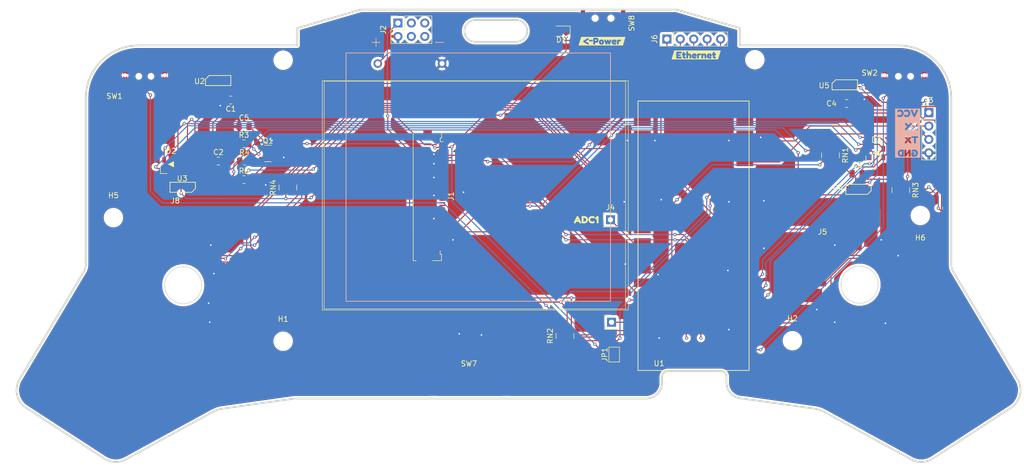
<source format=kicad_pcb>
(kicad_pcb (version 20240108) (generator "pcbnew") (generator_version "8.0")
  (layers (0 "F.Cu" signal) (31 "B.Cu" signal) (34 "B.Paste" user) (35 "F.Paste" user) (36 "B.SilkS" user "B.Silkscreen") (37 "F.SilkS" user "F.Silkscreen") (38 "B.Mask" user) (39 "F.Mask" user) (44 "Edge.Cuts" user))
  (net 0 "")
  (net 1 "Net-(BT1-+)")
  (net 2 "VSS")
  (net 3 "A")
  (net 4 "Net-(D1-A)")
  (net 5 "R1")
  (net 6 "G1")
  (net 7 "B1")
  (net 8 "Net-(D2-A)")
  (net 9 "B2")
  (net 10 "Net-(J6-Pin_5)")
  (net 11 "Net-(J6-Pin_1)")
  (net 12 "Net-(D3-A)")
  (net 14 "Disp_RESET")
  (net 17 "XR")
  (net 25 "YU")
  (net 26 "RS")
  (net 27 "YD")
  (net 28 "XL")
  (net 31 "SDA")
  (net 34 "K")
  (net 37 "DE")
  (net 38 "WR")
  (net 47 "TX")
  (net 48 "RX")
  (net 49 "Net-(J4-Pin_1)")
  (net 50 "Net-(J7-Pin_1)")
  (net 51 "Net-(Q1-B)")
  (net 52 "Net-(Q1-C)")
  (net 53 "BL")
  (net 55 "Y")
  (net 57 "Up")
  (net 58 "Down")
  (net 59 "Left")
  (net 60 "X")
  (net 61 "B")
  (net 62 "Right")
  (net 63 "Select")
  (net 64 "Start")
  (net 66 "Net-(J6-Pin_3)")
  (net 67 "Net-(J6-Pin_2)")
  (net 68 "Net-(J6-Pin_4)")
  (net 69 "Net-(JP1-A)")
  (net 70 "Net-(J9-Pin_1)")
  (net 71 "Net-(J9-Pin_2)")
  (net 73 "Net-(U2-Dout)")
  (net 74 "/SK6812")
  (net 75 "Net-(U3-Dout)")
  (net 76 "Net-(U4-Dout)")
  (net 77 "unconnected-(U5-Dout-Pad3)")
  (net 80 "LeftBumper")
  (net 81 "RightBumper")
  (net 84 "Abtn")
  (net 85 "VCC")
  (footprint "kibuzzard-6692EF4B" (layer "F.Cu") (at 192 32)
    (property "Reference" "kibuzzard-6692EF4B" (hide yes))
    (property "Value" "G***" (hide yes))
  )
  (footprint "Connector_PinHeader_2.54mm:PinHeader_1x04_P2.54mm_Vertical" (layer "F.Cu") (at 236 42.92)
    (property "Reference" "J3")
    (property "Value" "Conn_01x04")
  )
  (footprint "MountingHole:MountingHole_3.2mm_M3" (layer "F.Cu") (at 81.8 62.8)
    (property "Reference" "H5")
    (property "Value" "MountingHole")
  )
  (footprint "Resistor_SMD:R_0805_2012Metric" (layer "F.Cu") (at 106.4875 48.8)
    (property "Reference" "R3")
    (property "Value" "1k")
  )
  (footprint "MountingHole:MountingHole_3.2mm_M3" (layer "F.Cu") (at 113.9 86.2)
    (property "Reference" "H1")
    (property "Value" "MountingHole")
  )
  (footprint "Capacitor_SMD:C_0805_2012Metric" (layer "F.Cu") (at 220.45 41.2)
    (property "Reference" "C4")
    (property "Value" "100nF")
  )
  (footprint "MountingHole:MountingHole_3.2mm_M3" (layer "F.Cu") (at 234.4 62.4 180)
    (property "Reference" "H6")
    (property "Value" "MountingHole")
  )
  (footprint "UE_LED:SK6812SIDE-A-RVS" (layer "F.Cu") (at 94.8 56.8)
    (property "Reference" "U3")
    (property "Value" "SK6812_Side")
  )
  (footprint "UE_Buttons:TSB003A3518A_RightAngle_Anchor" (layer "F.Cu") (at 83.6 34.8)
    (property "Reference" "SW1")
    (property "Value" "LB")
  )
  (footprint "Connector_PinSocket_2.54mm:PinSocket_2x03_P2.54mm_Vertical" (layer "F.Cu") (at 135.6 25.96 90)
    (property "Reference" "J2")
    (property "Value" "SAO Conn")
  )
  (footprint "Resistor_SMD:R_Array_Convex_4x0603" (layer "F.Cu") (at 114.8 57.1 90)
    (property "Reference" "RN4")
    (property "Value" "R_Pack04")
  )
  (footprint "Capacitor_SMD:C_0805_2012Metric" (layer "F.Cu") (at 104 40.54 180)
    (property "Reference" "C1")
    (property "Value" "100nF")
  )
  (footprint "Connector_PinHeader_2.54mm:PinHeader_1x05_P2.54mm_Vertical" (layer "F.Cu") (at 186.46 29 90)
    (property "Reference" "J6")
    (property "Value" "Ethernet")
  )
  (footprint "Resistor_SMD:R_Array_Convex_4x0603" (layer "F.Cu") (at 217.4 51 -90)
    (property "Reference" "RN1")
    (property "Value" "R_Pack04")
  )
  (footprint "Capacitor_SMD:C_0805_2012Metric" (layer "F.Cu") (at 101.65 52.1)
    (property "Reference" "C2")
    (property "Value" "100nF")
  )
  (footprint "MountingHole:MountingHole_3.2mm_M3" (layer "F.Cu") (at 210.2 86.1)
    (property "Reference" "H2")
    (property "Value" "MountingHole")
  )
  (footprint "UE_LED:SK6812SIDE-A-RVS" (layer "F.Cu") (at 222.6 57.2)
    (property "Reference" "U4")
    (property "Value" "SK6812_Side")
  )
  (footprint "UE_Buttons:Xbox_DPad" (layer "F.Cu") (at 222.9 75.5)
    (property "Reference" "J5")
    (property "Value" "XYAB")
    (fp_circle (center 0 0) (end 3.5 0) (stroke (width 0.12)) (fill none) (layer "Edge.Cuts"))
  )
  (footprint "UE_Buttons:SK-3296S_switch" (layer "F.Cu") (at 174.39 25.05)
    (property "Reference" "SW8")
    (property "Value" "SW_SPDT")
  )
  (footprint "Package_TO_SOT_SMD:SOT-23" (layer "F.Cu") (at 111.0375 50.65)
    (property "Reference" "Q1")
    (property "Value" "Q_NPN_BCE")
  )
  (footprint "MountingHole:MountingHole_3.2mm_M3" (layer "F.Cu") (at 203.1 32.9)
    (property "Reference" "H3" (hide yes))
    (property "Value" "MountingHole")
  )
  (footprint "Capacitor_SMD:C_0805_2012Metric" (layer "F.Cu") (at 222.45 54.5)
    (property "Reference" "C3")
    (property "Value" "100nF")
  )
  (footprint "UE_Buttons:Xbox_DPad" (layer "F.Cu") (at 95 75.6)
    (property "Reference" "J8")
    (property "Value" "DPad")
    (fp_circle (center 0 0) (end 3.5 0) (stroke (width 0.12)) (fill none) (layer "Edge.Cuts"))
  )
  (footprint "UE_LED:XL-3227RGB_LED" (layer "F.Cu") (at 92.7 52.7)
    (property "Reference" "D2")
    (property "Value" "LED_RGBA")
  )
  (footprint "Connector_PinHeader_2.54mm:PinHeader_1x01_P2.54mm_Vertical" (layer "F.Cu") (at 175.8 63.2)
    (property "Reference" "J4")
    (property "Value" "Conn_01x01")
  )
  (footprint "UE_Buttons:StartSel-Dome" (layer "F.Cu") (at 149.025 90.95)
    (property "Reference" "SW7")
    (property "Value" "Start/Sel")
  )
  (footprint "Diode_SMD:D_0805_2012Metric" (layer "F.Cu") (at 166.5 27.5 180)
    (property "Reference" "D1")
    (property "Value" "D_Schottky")
  )
  (footprint "UE_Buttons:TSB003A3518A_RightAngle_Anchor" (layer "F.Cu") (at 227.25 34.8)
    (property "Reference" "SW2")
    (property "Value" "RB")
  )
  (footprint "UE_Module:MIlkV-Duo" (layer "F.Cu") (at 202.8 91.16 180)
    (property "Reference" "U1")
    (property "Value" "MilkV Duo")
  )
  (footprint "Resistor_SMD:R_Array_Convex_4x0603" (layer "F.Cu") (at 167.2 85.2 90)
    (property "Reference" "RN2")
    (property "Value" "R_Pack04")
  )
  (footprint "UE_LED:SK6812SIDE-A-RVS" (layer "F.Cu") (at 220.2 37.9 180)
    (property "Reference" "U5")
    (property "Value" "SK6812_Side")
  )
  (footprint "UE_LED:XL-3227RGB_LED" (layer "F.Cu") (at 226.105 50.57)
    (property "Reference" "D3")
    (property "Value" "LED_RGBA")
  )
  (footprint "Resistor_SMD:R_0805_2012Metric" (layer "F.Cu") (at 106.5 55.6)
    (property "Reference" "R5")
    (property "Value" "10R")
  )
  (footprint "Jumper:SolderJumper-2_P1.3mm_Open_TrianglePad1.0x1.5mm" (layer "F.Cu") (at 176.5 88.725 90)
    (property "Reference" "JP1")
    (property "Value" "USB_Pwr")
  )
  (footprint "Connector_PinHeader_2.54mm:PinHeader_1x01_P2.54mm_Vertical" (layer "F.Cu") (at 176 82.6)
    (property "Reference" "J7" (hide yes))
    (property "Value" "Conn_01x01")
  )
  (footprint "UE_LED:SK6812SIDE-A-RVS" (layer "F.Cu") (at 101.7 37.1 180)
    (property "Reference" "U2")
    (property "Value" "SK6812_Side")
  )
  (footprint "kibuzzard-6692EF58" (layer "F.Cu") (at 174.2 29.4)
    (property "Reference" "kibuzzard-6692EF58" (hide yes))
    (property "Value" "G***" (hide yes))
  )
  (footprint "Resistor_SMD:R_Array_Convex_4x0603" (layer "F.Cu") (at 230.7 57.6 -90)
    (property "Reference" "RN3")
    (property "Value" "R_Pack04")
  )
  (footprint "MountingHole:MountingHole_3.2mm_M3" (layer "F.Cu") (at 113.9 33)
    (property "Reference" "H4" (hide yes))
    (property "Value" "MountingHole")
  )
  (footprint "UE-Connector:Omron_XF2M-4015-1A_1x40-1MP_P0.5mm_Horizontal" (layer "F.Cu") (at 141.945 58.74 -90)
    (property "Reference" "J1")
    (property "Value" "2.8\" Display")
  )
  (footprint "Resistor_SMD:R_0805_2012Metric" (layer "F.Cu") (at 106.5875 52.1)
    (property "Reference" "R4")
    (property "Value" "10k")
  )
  (footprint "kibuzzard-6692EF2E" (layer "F.Cu") (at 171.2 63.2)
    (property "Reference" "kibuzzard-6692EF2E" (hide yes))
    (property "Value" "G***" (hide yes))
  )
  (footprint "Capacitor_SMD:C_0805_2012Metric" (layer "F.Cu") (at 106.5 45.5 180)
    (property "Reference" "C5")
    (property "Value" "1uF")
  )
  (footprint "UE-Battery:AAA_TH_UM-4" (layer "B.Cu") (at 175.7975 31.6275 180)
    (property "Reference" "BT1" (hide yes))
    (property "Value" "Battery")
  )
  (footprint "kibuzzard-6692EF0B" (layer "B.Cu") (at 232 46.8 180)
    (property "Reference" "kibuzzard-6692EF0B" (hide yes))
    (property "Value" "G***" (hide yes))
  )
  (gr_rect (start 121.294256 36.895514) (end 179.166814 80.30905) (stroke (width 0.1)) (fill none) (layer "F.SilkS"))
  (gr_rect (start 121.649486 36.982034) (end 178.649486 80.082034) (stroke (width 0.1)) (fill none) (layer "F.SilkS"))
  (gr_poly (pts (xy 158 25.4) (xy 158.105579 25.403019) (xy 158.209761 25.411275) (xy 158.312417 25.424641) (xy 158.41342 25.442987) (xy 158.512642 25.466186) (xy 158.609953 25.494108) (xy 158.705227 25.526624) (xy 158.798334 25.563607) (xy 158.889147 25.604927) (xy 158.977537 25.650457) (xy 159.063377 25.700066) (xy 159.146537 25.753628) (xy 159.226891 25.811012) (xy 159.304309 25.872092) (xy 159.378663 25.936737) (xy 159.449826 26.004819) (xy 159.51767 26.07621) (xy 159.582065 26.150781) (xy 159.642884 26.228403) (xy 159.699998 26.308949) (xy 159.75328 26.392289) (xy 159.802602 26.478294) (xy 159.847834 26.566836) (xy 159.888849 26.657787) (xy 159.925519 26.751018) (xy 159.957716 26.846399) (xy 159.985311 26.943804) (xy 160.008176 27.043102) (xy 160.026183 27.144166) (xy 160.039204 27.246867) (xy 160.04711 27.351075) (xy 160.049774 27.456664) (xy 160.04711 27.562252) (xy 160.039204 27.66646) (xy 160.026183 27.769161) (xy 160.008176 27.870225) (xy 159.985311 27.969523) (xy 159.957717 28.066928) (xy 159.92552 28.16231) (xy 159.888851 28.255541) (xy 159.847836 28.346492) (xy 159.802603 28.435034) (xy 159.753282 28.52104) (xy 159.700001 28.60438) (xy 159.642887 28.684925) (xy 159.582068 28.762548) (xy 159.517673 28.83712) (xy 159.44983 28.908511) (xy 159.378668 28.976593) (xy 159.304313 29.041239) (xy 159.226895 29.102318) (xy 159.146542 29.159703) (xy 159.063382 29.213265) (xy 158.977543 29.262875) (xy 158.889153 29.308405) (xy 158.79834 29.349726) (xy 158.705233 29.386709) (xy 158.60996 29.419226) (xy 158.512649 29.447148) (xy 158.413428 29.470347) (xy 158.312425 29.488694) (xy 158.209769 29.50206) (xy 158.105587 29.510317) (xy 158.000008 29.513337) (xy 150.224076 29.5133) (xy 150.118555 29.510205) (xy 150.014433 29.501878) (xy 149.911838 29.488448) (xy 149.810897 29.470044) (xy 149.71174 29.446793) (xy 149.614493 29.418825) (xy 149.519284 29.386268) (xy 149.426242 29.34925) (xy 149.335495 29.3079) (xy 149.24717 29.262346) (xy 149.161396 29.212716) (xy 149.078299 29.15914) (xy 148.998009 29.101746) (xy 148.920654 29.040662) (xy 148.84636 28.976016) (xy 148.775256 28.907938) (xy 148.707471 28.836555) (xy 148.643131 28.761996) (xy 148.582366 28.684389) (xy 148.525302 28.603864) (xy 148.472068 28.520548) (xy 148.422792 28.43457) (xy 148.377602 28.346058) (xy 148.336625 28.255142) (xy 148.29999 28.161948) (xy 148.267825 28.066607) (xy 148.240257 27.969246) (xy 148.217414 27.869993) (xy 148.199425 27.768978) (xy 148.186418 27.666329) (xy 148.178519 27.562173) (xy 148.175858 27.456641) (xy 148.178518 27.351108) (xy 148.186416 27.246953) (xy 148.199423 27.144303) (xy 148.217412 27.043288) (xy 148.240254 26.944035) (xy 148.267821 26.846674) (xy 148.299986 26.751332) (xy 148.336621 26.658139) (xy 148.377597 26.567222) (xy 148.422787 26.47871) (xy 148.472063 26.392732) (xy 148.525296 26.309416) (xy 148.58236 26.22889) (xy 148.643125 26.151284) (xy 148.707464 26.076724) (xy 148.77525 26.005341) (xy 148.846353 25.937262) (xy 148.920647 25.872617) (xy 148.998002 25.811532) (xy 149.078292 25.754137) (xy 149.161388 25.700561) (xy 149.247163 25.650931) (xy 149.335488 25.605377) (xy 149.426235 25.564026) (xy 149.519277 25.527008) (xy 149.614485 25.49445) (xy 149.711732 25.466482) (xy 149.81089 25.443231) (xy 149.91183 25.424826) (xy 150.014425 25.411396) (xy 150.118547 25.403069) (xy 150.224068 25.399973)) (stroke (width 0.349999)) (fill none) (layer "Edge.Cuts"))
  (gr_poly (pts (xy 200.249665 26.915406) (xy 200.249665 30.192877) (xy 230.249664 30.192877) (xy 230.745538 30.205167) (xy 231.238045 30.241811) (xy 231.726367 30.302468) (xy 232.209683 30.3868) (xy 232.687175 30.494468) (xy 233.158023 30.62513) (xy 233.621406 30.778449) (xy 234.076506 30.954084) (xy 234.522502 31.151696) (xy 234.958576 31.370946) (xy 235.383907 31.611493) (xy 235.797676 31.872999) (xy 236.199064 32.155124) (xy 236.58725 32.457528) (xy 236.961415 32.779873) (xy 237.32074 33.121817) (xy 237.662684 33.481142) (xy 237.985028 33.855308) (xy 238.287432 34.243495) (xy 238.569557 34.644883) (xy 238.831062 35.058654) (xy 239.07161 35.483986) (xy 239.290859 35.920061) (xy 239.48847 36.366058) (xy 239.664105 36.821159) (xy 239.817423 37.284543) (xy 239.948084 37.755391) (xy 240.05575 38.232884) (xy 240.14008 38.7162) (xy 240.200736 39.204521) (xy 240.237377 39.697028) (xy 240.249664 40.1929) (xy 240.249664 71.712653) (xy 240.251088 71.797093) (xy 240.255351 71.881267) (xy 240.262434 71.965106) (xy 240.272319 72.048541) (xy 240.284987 72.131505) (xy 240.300419 72.213927) (xy 240.318596 72.295741) (xy 240.339499 72.376877) (xy 240.363108 72.457267) (xy 240.389407 72.536841) (xy 240.418374 72.615532) (xy 240.449991 72.693272) (xy 240.48424 72.76999) (xy 240.521101 72.845619) (xy 240.560556 72.92009) (xy 240.602585 72.993334) (xy 252.778244 93.407336) (xy 252.876616 93.581902) (xy 252.965363 93.759312) (xy 253.044562 93.939244) (xy 253.114285 94.121376) (xy 253.174609 94.305387) (xy 253.225606 94.490956) (xy 253.267354 94.677761) (xy 253.299925 94.865483) (xy 253.323394 95.053798) (xy 253.337837 95.242386) (xy 253.343327 95.430925) (xy 253.33994 95.619095) (xy 253.32775 95.806574) (xy 253.306832 95.993041) (xy 253.27726 96.178174) (xy 253.239109 96.361652) (xy 253.192454 96.543154) (xy 253.137369 96.722359) (xy 253.07393 96.898945) (xy 253.00221 97.072592) (xy 252.922284 97.242977) (xy 252.834227 97.40978) (xy 252.738114 97.572679) (xy 252.634019 97.731354) (xy 252.522017 97.885482) (xy 252.402182 98.034743) (xy 252.27459 98.178815) (xy 252.139314 98.317377) (xy 251.99643 98.450107) (xy 251.846012 98.576685) (xy 251.688135 98.69679) (xy 251.522873 98.810099) (xy 236.75261 108.410738) (xy 236.517462 108.55239) (xy 236.275243 108.676615) (xy 236.026869 108.78338) (xy 235.773252 108.87265) (xy 235.515307 108.94439) (xy 235.253948 108.998565) (xy 234.990089 109.03514) (xy 234.724644 109.054081) (xy 234.458527 109.055353) (xy 234.192652 109.038921) (xy 233.927933 109.004751) (xy 233.665284 108.952806) (xy 233.405619 108.883054) (xy 233.149853 108.795459) (xy 232.898899 108.689985) (xy 232.653672 108.566599) (xy 216.148438 99.541712) (xy 216.048861 99.488716) (xy 215.948205 99.438024) (xy 215.84651 99.38965) (xy 215.743816 99.343606) (xy 215.640163 99.299906) (xy 215.535594 99.258565) (xy 215.430147 99.219595) (xy 215.323864 99.18301) (xy 215.216786 99.148823) (xy 215.108952 99.117048) (xy 215.000403 99.087698) (xy 214.891181 99.060787) (xy 214.781326 99.036328) (xy 214.670877 99.014335) (xy 214.559877 98.994822) (xy 214.448365 98.977801) (xy 200.749664 97.044627) (xy 200.731278 97.044627) (xy 200.582515 97.040941) (xy 200.434762 97.029949) (xy 200.288265 97.011753) (xy 200.143269 96.986454) (xy 200.00002 96.954155) (xy 199.858764 96.914956) (xy 199.719747 96.868961) (xy 199.583216 96.81627) (xy 199.449416 96.756986) (xy 199.318592 96.691211) (xy 199.190991 96.619046) (xy 199.06686 96.540593) (xy 198.946443 96.455955) (xy 198.829986 96.365232) (xy 198.717737 96.268527) (xy 198.60994 96.165942) (xy 198.507354 96.058145) (xy 198.410649 95.945895) (xy 198.319927 95.829439) (xy 198.235288 95.709022) (xy 198.156835 95.58489) (xy 198.084671 95.457289) (xy 198.018896 95.326466) (xy 197.959612 95.192666) (xy 197.906922 95.056134) (xy 197.860927 94.917118) (xy 197.821729 94.775862) (xy 197.789431 94.632613) (xy 197.764133 94.487617) (xy 197.745937 94.341119) (xy 197.734947 94.193366) (xy 197.731262 94.044604) (xy 197.731278 92.876536) (xy 197.730048 92.82694) (xy 197.726383 92.777682) (xy 197.720317 92.728843) (xy 197.711882 92.680505) (xy 197.701114 92.632751) (xy 197.688046 92.585662) (xy 197.672713 92.53932) (xy 197.655148 92.493807) (xy 197.635385 92.449205) (xy 197.613459 92.405596) (xy 197.589403 92.363061) (xy 197.563251 92.321683) (xy 197.535038 92.281544) (xy 197.504798 92.242725) (xy 197.472563 92.205308) (xy 197.43837 92.169375) (xy 197.402433 92.13518) (xy 197.365012 92.102946) (xy 197.32619 92.072705) (xy 197.286048 92.044493) (xy 197.244667 92.018343) (xy 197.202131 91.994288) (xy 197.158521 91.972364) (xy 197.113918 91.952604) (xy 197.068406 91.935041) (xy 197.022065 91.919711) (xy 196.974978 91.906646) (xy 196.927227 91.895881) (xy 196.878893 91.887449) (xy 196.830059 91.881386) (xy 196.780806 91.877724) (xy 196.731217 91.876498) (xy 186.567429 91.876536) (xy 186.515971 91.877839) (xy 186.465189 91.881702) (xy 186.415146 91.888063) (xy 186.365903 91.896858) (xy 186.317525 91.908025) (xy 186.270074 91.921502) (xy 186.223612 91.937223) (xy 186.178203 91.955129) (xy 186.133909 91.975155) (xy 186.090793 91.997238) (xy 186.048919 92.021316) (xy 186.008348 92.047326) (xy 185.969143 92.075206) (xy 185.931369 92.104891) (xy 185.895086 92.13632) (xy 185.860359 92.16943) (xy 185.827249 92.204158) (xy 185.79582 92.24044) (xy 185.766135 92.278216) (xy 185.738255 92.31742) (xy 185.712245 92.357991) (xy 185.688168 92.399865) (xy 185.666084 92.442981) (xy 185.646059 92.487275) (xy 185.628154 92.532684) (xy 185.612432 92.579145) (xy 185.598956 92.626596) (xy 185.587789 92.674974) (xy 185.578994 92.724216) (xy 185.572633 92.774259) (xy 185.56877 92.825041) (xy 185.567467 92.876498) (xy 185.567429 94.044627) (xy 185.563525 94.199002) (xy 185.55194 94.351351) (xy 185.532863 94.501485) (xy 185.506481 94.649215) (xy 185.472983 94.794354) (xy 185.432558 94.936712) (xy 185.385394 95.076101) (xy 185.33168 95.212333) (xy 185.271604 95.345219) (xy 185.205354 95.474571) (xy 185.13312 95.6002) (xy 185.055089 95.721917) (xy 184.97145 95.839535) (xy 184.882392 95.952864) (xy 184.788102 96.061716) (xy 184.68877 96.165904) (xy 184.584585 96.265237) (xy 184.475733 96.359528) (xy 184.362405 96.448588) (xy 184.244788 96.532229) (xy 184.123071 96.610262) (xy 183.997443 96.682499) (xy 183.868092 96.748751) (xy 183.735205 96.80883) (xy 183.598973 96.862547) (xy 183.459583 96.909714) (xy 183.317224 96.950142) (xy 183.172085 96.983642) (xy 183.024353 97.010028) (xy 182.874218 97.029108) (xy 182.721867 97.040697) (xy 182.56749 97.044604) (xy 116.069664 97.044627) (xy 102.370987 98.977786) (xy 102.259474 98.994806) (xy 102.148472 99.01432) (xy 102.038022 99.036312) (xy 101.928164 99.06077) (xy 101.81894 99.087681) (xy 101.710388 99.117031) (xy 101.602552 99.148805) (xy 101.49547 99.182992) (xy 101.389183 99.219578) (xy 101.283733 99.258548) (xy 101.17916 99.29989) (xy 101.075503 99.343591) (xy 100.972805 99.389635) (xy 100.871105 99.438012) (xy 100.770445 99.488706) (xy 100.670864 99.541705) (xy 84.16568 108.566576) (xy 83.920453 108.689958) (xy 83.6695 108.795428) (xy 83.413735 108.88302) (xy 83.154072 108.95277) (xy 82.891426 109.004712) (xy 82.626709 109.038882) (xy 82.360837 109.055312) (xy 82.094722 109.054039) (xy 81.829279 109.035098) (xy 81.565422 108.998522) (xy 81.304065 108.944347) (xy 81.046122 108.872608) (xy 80.792506 108.783339) (xy 80.544132 108.676575) (xy 80.301914 108.55235) (xy 80.066765 108.4107) (xy 65.296479 98.810084) (xy 65.131215 98.696775) (xy 64.973335 98.576671) (xy 64.822915 98.450094) (xy 64.680029 98.317363) (xy 64.544751 98.178801) (xy 64.417157 98.034729) (xy 64.29732 97.885469) (xy 64.185316 97.73134) (xy 64.081219 97.572666) (xy 63.985104 97.409766) (xy 63.897045 97.242962) (xy 63.817117 97.072577) (xy 63.745396 96.89893) (xy 63.681954 96.722342) (xy 63.626868 96.543137) (xy 63.580211 96.361634) (xy 63.542059 96.178155) (xy 63.512485 95.99302) (xy 63.491566 95.806553) (xy 63.479374 95.619073) (xy 63.475986 95.430902) (xy 63.481475 95.242361) (xy 63.495917 95.053772) (xy 63.519385 94.865456) (xy 63.551955 94.677733) (xy 63.593702 94.490926) (xy 63.644699 94.305356) (xy 63.705022 94.121343) (xy 63.774745 93.93921) (xy 63.853943 93.759277) (xy 63.94269 93.581866) (xy 64.041062 93.407298) (xy 76.216767 72.993262) (xy 76.258789 72.920022) (xy 76.298238 72.845555) (xy 76.335093 72.769931) (xy 76.369338 72.693217) (xy 76.400951 72.615484) (xy 76.429915 72.536798) (xy 76.45621 72.45723) (xy 76.479819 72.376847) (xy 76.50072 72.295718) (xy 76.518897 72.213912) (xy 76.534329 72.131497) (xy 76.546998 72.048543) (xy 76.556885 71.965117) (xy 76.563971 71.881288) (xy 76.568237 71.797126) (xy 76.569664 71.712698) (xy 76.569664 40.192877) (xy 76.582676 39.678282) (xy 76.621293 39.170441) (xy 76.684886 38.669984) (xy 76.772828 38.177539) (xy 76.88449 37.693734) (xy 77.019243 37.219198) (xy 77.17646 36.754559) (xy 77.355512 36.300445) (xy 77.555771 35.857484) (xy 77.776608 35.426305) (xy 78.017394 35.007537) (xy 78.277503 34.601807) (xy 78.556306 34.209744) (xy 78.853173 33.831975) (xy 79.167477 33.469131) (xy 79.49859 33.121838) (xy 79.845883 32.790725) (xy 80.208727 32.476421) (xy 80.586496 32.179553) (xy 80.978559 31.90075) (xy 81.384289 31.640641) (xy 81.803059 31.399853) (xy 82.234238 31.179015) (xy 82.677199 30.978756) (xy 83.131314 30.799704) (xy 83.595954 30.642486) (xy 84.070491 30.507731) (xy 84.554297 30.396069) (xy 85.046743 30.308126) (xy 85.547202 30.244531) (xy 86.055044 30.205913) (xy 86.569641 30.1929) (xy 86.569664 30.192877) (xy 116.569664 30.192877) (xy 116.569664 26.915406) (xy 128.569664 23.417296) (xy 188.249665 23.417296)) (stroke (width 0.349999)) (fill none) (layer "Edge.Cuts"))
  (segment (start 173.75 29.125) (end 173.64 29.015) (width 0.2) (layer "F.Cu") (net 1))
  (segment (start 173.64 29.015) (end 173.64 27.175) (width 0.2) (layer "F.Cu") (net 1))
  (segment (start 133.825 31.6) (end 172.6 31.6) (width 0.2) (layer "F.Cu") (net 1))
  (segment (start 131.7975 33.6275) (end 133.825 31.6) (width 0.2) (layer "F.Cu") (net 1))
  (segment (start 173.75 30.45) (end 173.75 29.125) (width 0.2) (layer "F.Cu") (net 1))
  (segment (start 172.6 31.6) (end 173.75 30.45) (width 0.2) (layer "F.Cu") (net 1))
  (segment (start 142.4 50.8) (end 143.21 49.99) (width 0.2) (layer "F.Cu") (net 2))
  (segment (start 226.9 81.9) (end 227.8 82.8) (width 0.2) (layer "F.Cu") (net 2))
  (segment (start 178.48 59.88) (end 178.4 59.8) (width 0.2) (layer "F.Cu") (net 2))
  (segment (start 184.92 59.88) (end 185.4 59.4) (width 0.2) (layer "F.Cu") (net 2))
  (segment (start 101.5 72.7) (end 100.8 73.4) (width 0.2) (layer "F.Cu") (net 2))
  (segment (start 216.2 78.3) (end 216.2 78.822532) (width 0.2) (layer "F.Cu") (net 2))
  (segment (start 143.21 49.99) (end 143.995 49.99) (width 0.2) (layer "F.Cu") (net 2))
  (segment (start 142.4 63.67) (end 142.465 63.735) (width 0.2) (layer "F.Cu") (net 2))
  (segment (start 101.5 72.4) (end 101.5 72.7) (width 0.2) (layer "F.Cu") (net 2))
  (segment (start 201.66 72.58) (end 204.8 69.44) (width 0.2) (layer "F.Cu") (net 2))
  (segment (start 99.4 82) (end 100 82.6) (width 0.2) (layer "F.Cu") (net 2))
  (segment (start 151.86 88.275) (end 151.323855 87.738855) (width 0.2) (layer "F.Cu") (net 2))
  (segment (start 218.9 81.9) (end 218.2 82.6) (width 0.2) (layer "F.Cu") (net 2))
  (segment (start 204.8 69.44) (end 204.8 68.6) (width 0.2) (layer "F.Cu") (net 2))
  (segment (start 143.21 52.99) (end 143.995 52.99) (width 0.2) (layer "F.Cu") (net 2))
  (segment (start 101.5 78.4) (end 100.4 78.4) (width 0.2) (layer "F.Cu") (net 2))
  (segment (start 142.8 53) (end 143.2 53) (width 0.2) (layer "F.Cu") (net 2))
  (segment (start 147.2 87.411201) (end 146.5731 88.038101) (width 0.2) (layer "F.Cu") (net 2))
  (segment (start 216.2 78.822532) (end 214.822532 80.2) (width 0.2) (layer "F.Cu") (net 2))
  (segment (start 201.2 47.18) (end 203.78 47.18) (width 0.2) (layer "F.Cu") (net 2))
  (segment (start 142.465 65.235) (end 142.465 63.735) (width 0.2) (layer "F.Cu") (net 2))
  (segment (start 181.82 59.88) (end 178.48 59.88) (width 0.2) (layer "F.Cu") (net 2))
  (segment (start 226.424874 68.597658) (end 225.902342 68.597658) (width 0.2) (layer "F.Cu") (net 2))
  (segment (start 181.82 85.28) (end 184.68 85.28) (width 0.2) (layer "F.Cu") (net 2))
  (segment (start 199.48 85.28) (end 198.2 84) (width 0.2) (layer "F.Cu") (net 2))
  (segment (start 182.84 48.2) (end 184.2 48.2) (width 0.2) (layer "F.Cu") (net 2))
  (segment (start 181.82 47.18) (end 180.8 48.2) (width 0.2) (layer "F.Cu") (net 2))
  (segment (start 97.9 68.8) (end 99.4 68.8) (width 0.2) (layer "F.Cu") (net 2))
  (segment (start 198.22 72.58) (end 198 72.8) (width 0.2) (layer "F.Cu") (net 2))
  (segment (start 142.4 52.6) (end 143.885 52.6) (width 0.2) (layer "F.Cu") (net 2))
  (segment (start 143.22 64.49) (end 143.995 64.49) (width 0.2) (layer "F.Cu") (net 2))
  (segment (start 97.9 82) (end 99.4 82) (width 0.2) (layer "F.Cu") (net 2))
  (segment (start 143.22 65.99) (end 142.465 65.235) (width 0.2) (layer "F.Cu") (net 2))
  (segment (start 147.2 84.8) (end 147.2 87.411201) (width 0.2) (layer "F.Cu") (net 2))
  (segment (start 184.68 85.28) (end 185 85.6) (width 0.2) (layer "F.Cu") (net 2))
  (segment (start 225.8 81.9) (end 226.9 81.9) (width 0.2) (layer "F.Cu") (net 2))
  (segment (start 142.4 52.6) (end 142.8 53) (width 0.2) (layer "F.Cu") (net 2))
  (segment (start 229.4 71.774004) (end 230.2 70.974004) (width 0.2) (layer "F.Cu") (net 2))
  (segment (start 143.995 65.99) (end 143.22 65.99) (width 0.2) (layer "F.Cu") (net 2))
  (segment (start 143.2 53) (end 143.21 52.99) (width 0.2) (layer "F.Cu") (net 2))
  (segment (start 180.8 48.2) (end 179 48.2) (width 0.2) (layer "F.Cu") (net 2))
  (segment (start 100.4 78.4) (end 99.8 79) (width 0.2) (layer "F.Cu") (net 2))
  (segment (start 143.885 52.6) (end 143.995 52.49) (width 0.2) (layer "F.Cu") (net 2))
  (segment (start 181.82 72.58) (end 180.84 71.6) (width 0.2) (layer "F.Cu") (net 2))
  (segment (start 227 68.022532) (end 226.424874 68.597658) (width 0.2) (layer "F.Cu") (net 2))
  (segment (start 219.8 81.9) (end 218.9 81.9) (width 0.2) (layer "F.Cu") (net 2))
  (segment (start 181.82 47.18) (end 182.84 48.2) (width 0.2) (layer "F.Cu") (net 2))
  (segment (start 203.78 47.18) (end 204.2 47.6) (width 0.2) (layer "F.Cu") (net 2))
  (segment (start 219.8 68.7) (end 218.9 68.7) (width 0.2) (layer "F.Cu") (net 2))
  (segment (start 183.78 72.58) (end 184.8 73.6) (width 0.2) (layer "F.Cu") (net 2))
  (segment (start 201.2 47.18) (end 199.22 47.18) (width 0.2) (layer "F.Cu") (net 2))
  (segment (start 142.71 50.49) (end 143.995 50.49) (width 0.2) (layer "F.Cu") (net 2))
  (segment (start 99.4 68.8) (end 100.2 68) (width 0.2) (layer "F.Cu") (net 2))
  (segment (start 142.4 50.8) (end 142.71 50.49) (width 0.2) (layer "F.Cu") (net 2))
  (segment (start 102 41.59) (end 103.05 40.54) (width 0.2) (layer "F.Cu") (net 2))
  (segment (start 181.82 59.88) (end 184.92 59.88) (width 0.2) (layer "F.Cu") (net 2))
  (segment (start 204.52 59.88) (end 204.8 59.6) (width 0.2) (layer "F.Cu") (net 2))
  (segment (start 201.2 59.88) (end 198.28 59.88) (width 0.2) (layer "F.Cu") (net 2))
  (segment (start 181.82 72.58) (end 183.78 72.58) (width 0.2) (layer "F.Cu") (net 2))
  (segment (start 201.2 72.58) (end 201.66 72.58) (width 0.2) (layer "F.Cu") (net 2))
  (segment (start 227 67) (end 227 68.022532) (width 0.2) (layer "F.Cu") (net 2))
  (segment (start 214.822532 80.2) (end 214.8 80.2) (width 0.2) (layer "F.Cu") (net 2))
  (segment (start 199.22 47.18) (end 198.2 48.2) (width 0.2) (layer "F.Cu") (net 2))
  (segment (start 151.323855 87.738855) (end 151.323855 85.076145) (width 0.2) (layer "F.Cu") (net 2))
  (segment (start 201.2 59.88) (end 204.52 59.88) (width 0.2) (layer "F.Cu") (net 2))
  (segment (start 201.2 85.28) (end 199.48 85.28) (width 0.2) (layer "F.Cu") (net 2))
  (segment (start 230.2 70.974004) (end 230.2 70) (width 0.2) (layer "F.Cu") (net 2))
  (segment (start 102 41.6) (end 102 41.59) (width 0.2) (layer "F.Cu") (net 2))
  (segment (start 180.84 71.6) (end 178.6 71.6) (width 0.2) (layer "F.Cu") (net 2))
  (segment (start 142.465 63.735) (end 143.22 64.49) (width 0.2) (layer "F.Cu") (net 2))
  (segment (start 225.902342 68.597658) (end 225.8 68.7) (width 0.2) (layer "F.Cu") (net 2))
  (segment (start 142.4 63) (end 142.4 63.67) (width 0.2) (layer "F.Cu") (net 2))
  (segment (start 151.323855 85.076145) (end 151.4 85) (width 0.2) (layer "F.Cu") (net 2))
  (segment (start 198.28 59.88) (end 198.2 59.8) (width 0.2) (layer "F.Cu") (net 2))
  (segment (start 201.2 72.58) (end 198.22 72.58) (width 0.2) (layer "F.Cu") (net 2))
  (segment (start 218.9 68.7) (end 218.2 68) (width 0.2) (layer "F.Cu") (net 2))
  (segment (start 229.4 72.3) (end 229.4 71.774004) (width 0.2) (layer "F.Cu") (net 2))
  (via (at 198 72.8) (size 0.6) (drill 0.3) (layers "F.Cu" "B.Cu") (net 2))
  (via (at 111.8 48.2) (size 0.6) (drill 0.3) (layers "F.Cu" "B.Cu") (net 2))
  (via (at 100.2 68) (size 0.6) (drill 0.3) (layers "F.Cu" "B.Cu") (net 2))
  (via (at 147.2 84.8) (size 0.6) (drill 0.3) (layers "F.Cu" "B.Cu") (net 2))
  (via (at 110.6 56.6) (size 0.6) (drill 0.3) (layers "F.Cu" "B.Cu") (net 2))
  (via (at 99.8 79) (size 0.6) (drill 0.3) (layers "F.Cu" "B.Cu") (net 2))
  (via (at 142.4 58.6) (size 0.6) (drill 0.3) (layers "F.Cu" "B.Cu") (net 2))
  (via (at 198.2 84) (size 0.6) (drill 0.3) (layers "F.Cu" "B.Cu") (net 2))
  (via (at 100.8 73.4) (size 0.6) (drill 0.3) (layers "F.Cu" "B.Cu") (net 2))
  (via (at 148 58) (size 0.6) (drill 0.3) (layers "F.Cu" "B.Cu") (net 2))
  (via (at 198.2 48.2) (size 0.6) (drill 0.3) (layers "F.Cu" "B.Cu") (net 2))
  (via (at 100 82.6) (size 0.6) (drill 0.3) (layers "F.Cu" "B.Cu") (net 2))
  (via (at 102 41.6) (size 0.6) (drill 0.3) (layers "F.Cu" "B.Cu") (net 2))
  (via (at 218.2 68) (size 0.6) (drill 0.3) (layers "F.Cu" "B.Cu") (net 2))
  (via (at 227.8 82.8) (size 0.6) (drill 0.3) (layers "F.Cu" "B.Cu") (net 2))
  (via (at 223.8 40.4) (size 0.6) (drill 0.3) (layers "F.Cu" "B.Cu") (net 2))
  (via (at 223.6 37.6) (size 0.6) (drill 0.3) (layers "F.Cu" "B.Cu") (net 2))
  (via (at 184.2 48.2) (size 0.6) (drill 0.3) (layers "F.Cu" "B.Cu") (net 2))
  (via (at 227 67) (size 0.6) (drill 0.3) (layers "F.Cu" "B.Cu") (net 2))
  (via (at 142.4 55.2) (size 0.6) (drill 0.3) (layers "F.Cu" "B.Cu") (net 2))
  (via (at 142.4 52.6) (size 0.6) (drill 0.3) (layers "F.Cu" "B.Cu") (net 2))
  (via (at 142.4 50.8) (size 0.6) (drill 0.3) (layers "F.Cu" "B.Cu") (net 2))
  (via (at 185.4 59.4) (size 0.6) (drill 0.3) (layers "F.Cu" "B.Cu") (net 2))
  (via (at 218.2 82.6) (size 0.6) (drill 0.3) (layers "F.Cu" "B.Cu") (net 2))
  (via (at 214.8 80.2) (size 0.6) (drill 0.3) (layers "F.Cu" "B.Cu") (net 2))
  (via (at 185 85.6) (size 0.6) (drill 0.3) (layers "F.Cu" "B.Cu") (net 2))
  (via (at 179 48.2) (size 0.6) (drill 0.3) (layers "F.Cu" "B.Cu") (net 2))
  (via (at 198.2 59.8) (size 0.6) (drill 0.3) (layers "F.Cu" "B.Cu") (net 2))
  (via (at 204.8 68.6) (size 0.6) (drill 0.3) (layers "F.Cu" "B.Cu") (net 2))
  (via (at 146 67) (size 0.6) (drill 0.3) (layers "F.Cu" "B.Cu") (net 2))
  (via (at 204.2 47.6) (size 0.6) (drill 0.3) (layers "F.Cu" "B.Cu") (net 2))
  (via (at 178.4 59.8) (size 0.6) (drill 0.3) (layers "F.Cu" "B.Cu") (net 2))
  (via (at 230.2 70) (size 0.6) (drill 0.3) (layers "F.Cu" "B.Cu") (net 2))
  (via (at 114 51.4) (size 0.6) (drill 0.3) (layers "F.Cu" "B.Cu") (net 2))
  (via (at 151.4 85) (size 0.6) (drill 0.3) (layers "F.Cu" "B.Cu") (net 2))
  (via (at 204.8 59.6) (size 0.6) (drill 0.3) (layers "F.Cu" "B.Cu") (net 2))
  (via (at 178.6 71.6) (size 0.6) (drill 0.3) (layers "F.Cu" "B.Cu") (net 2))
  (via (at 184.8 73.6) (size 0.6) (drill 0.3) (layers "F.Cu" "B.Cu") (net 2))
  (via (at 142.4 63) (size 0.6) (drill 0.3) (layers "F.Cu" "B.Cu") (net 2))
  (segment (start 145.8 49.4) (end 151.8 43.4) (width 0.2) (layer "F.Cu") (net 3))
  (segment (start 154.958038 43.4) (end 154.976008 43.41797) (width 0.2) (layer "F.Cu") (net 3))
  (segment (start 181.64 88) (end 176.5 88) (width 0.2) (layer "F.Cu") (net 3))
  (segment (start 176.5 88) (end 174.091073 88) (width 0.2) (layer "F.Cu") (net 3))
  (segment (start 181.82 87.82) (end 181.64 88) (width 0.2) (layer "F.Cu") (net 3))
  (segment (start 174.091073 88) (end 172.841073 86.75) (width 0.2) (layer "F.Cu") (net 3))
  (segment (start 151.8 43.4) (end 154.958038 43.4) (width 0.2) (layer "F.Cu") (net 3))
  (segment (start 145.8 49.4) (end 145.71 49.49) (width 0.2) (layer "F.Cu") (net 3))
  (segment (start 142.71 49.49) (end 143.995 49.49) (width 0.2) (layer "F.Cu") (net 3))
  (segment (start 110.75 48.8) (end 118.4 48.8) (width 0.2) (layer "F.Cu") (net 3))
  (segment (start 142.6 49.6) (end 142.71 49.49) (width 0.2) (layer "F.Cu") (net 3))
  (segment (start 145.71 49.49) (end 143.995 49.49) (width 0.2) (layer "F.Cu") (net 3))
  (segment (start 167.4 28.6) (end 167.4 27.5375) (width 0.2) (layer "F.Cu") (net 3))
  (segment (start 167.4 27.5375) (end 167.4375 27.5) (width 0.2) (layer "F.Cu") (net 3))
  (segment (start 107.45 45.5) (end 110.75 48.8) (width 0.2) (layer "F.Cu") (net 3))
  (via (at 167.4 28.6) (size 0.6) (drill 0.3) (layers "F.Cu" "B.Cu") (net 3))
  (via (at 145.8 49.4) (size 0.6) (drill 0.3) (layers "F.Cu" "B.Cu") (net 3))
  (via (at 142.6 49.6) (size 0.6) (drill 0.3) (layers "F.Cu" "B.Cu") (net 3))
  (via (at 154.976008 43.41797) (size 0.6) (drill 0.3) (layers "F.Cu" "B.Cu") (net 3))
  (via (at 172.841073 86.75) (size 0.6) (drill 0.3) (layers "F.Cu" "B.Cu") (net 3))
  (via (at 118.4 48.8) (size 0.6) (drill 0.3) (layers "F.Cu" "B.Cu") (net 3))
  (segment (start 118.4 48.8) (end 141.8 48.8) (width 0.2) (layer "B.Cu") (net 3))
  (segment (start 155.216344 43.41797) (end 154.976008 43.41797) (width 0.2) (layer "B.Cu") (net 3))
  (segment (start 141.8 48.8) (end 142.6 49.6) (width 0.2) (layer "B.Cu") (net 3))
  (segment (start 167.4 28.6) (end 167.4 31.234314) (width 0.2) (layer "B.Cu") (net 3))
  (segment (start 145.8 59.719239) (end 172.830761 86.75) (width 0.2) (layer "B.Cu") (net 3))
  (segment (start 172.830761 86.75) (end 172.841073 86.75) (width 0.2) (layer "B.Cu") (net 3))
  (segment (start 145.8 49.4) (end 145.8 59.719239) (width 0.2) (layer "B.Cu") (net 3))
  (segment (start 167.4 31.234314) (end 155.216344 43.41797) (width 0.2) (layer "B.Cu") (net 3))
  (segment (start 171.35 29.25) (end 167.130761 29.25) (width 0.2) (layer "F.Cu") (net 4))
  (segment (start 172.14 28.46) (end 171.35 29.25) (width 0.2) (layer "F.Cu") (net 4))
  (segment (start 172.14 27.175) (end 172.14 28.46) (width 0.2) (layer "F.Cu") (net 4))
  (segment (start 165.5625 27.681739) (end 165.5625 27.5) (width 0.2) (layer "F.Cu") (net 4))
  (segment (start 167.130761 29.25) (end 165.5625 27.681739) (width 0.2) (layer "F.Cu") (net 4))
  (segment (start 225.603217 50.598409) (end 225.603217 50.568217) (width 0.2) (layer "F.Cu") (net 5))
  (segment (start 224.805 49.77) (end 222.43 49.77) (width 0.2) (layer "F.Cu") (net 5))
  (segment (start 201.2 80.2) (end 202.8 80.2) (width 0.2) (layer "F.Cu") (net 5))
  (segment (start 91.6 49.6) (end 91.4 49.8) (width 0.2) (layer "F.Cu") (net 5))
  (segment (start 225.603217 50.568217) (end 224.805 49.77) (width 0.2) (layer "F.Cu") (net 5))
  (segment (start 222.43 49.77) (end 222.2 50) (width 0.2) (layer "F.Cu") (net 5))
  (segment (start 202.8 80.2) (end 205.6 77.4) (width 0.2) (layer "F.Cu") (net 5))
  (segment (start 91.4 49.8) (end 91.4 51.9) (width 0.2) (layer "F.Cu") (net 5))
  (via (at 225.603217 50.598409) (size 0.6) (drill 0.3) (layers "F.Cu" "B.Cu") (net 5))
  (via (at 91.6 49.6) (size 0.6) (drill 0.3) (layers "F.Cu" "B.Cu") (net 5))
  (via (at 205.6 77.4) (size 0.6) (drill 0.3) (layers "F.Cu" "B.Cu") (net 5))
  (via (at 222.2 50) (size 0.6) (drill 0.3) (layers "F.Cu" "B.Cu") (net 5))
  (segment (start 225.603217 52.645312) (end 225.603217 50.598409) (width 0.2) (layer "B.Cu") (net 5))
  (segment (start 205.6 77.4) (end 206 77) (width 0.2) (layer "B.Cu") (net 5))
  (segment (start 222.2 50) (end 217.6 45.4) (width 0.2) (layer "B.Cu") (net 5))
  (segment (start 217.6 45.4) (end 95.8 45.4) (width 0.2) (layer "B.Cu") (net 5))
  (segment (start 206 77) (end 206 71) (width 0.2) (layer "B.Cu") (net 5))
  (segment (start 225.048529 53.2) (end 225.603217 52.645312) (width 0.2) (layer "B.Cu") (net 5))
  (segment (start 206 71) (end 223.8 53.2) (width 0.2) (layer "B.Cu") (net 5))
  (segment (start 223.8 53.2) (end 225.048529 53.2) (width 0.2) (layer "B.Cu") (net 5))
  (segment (start 95.8 45.4) (end 91.6 49.6) (width 0.2) (layer "B.Cu") (net 5))
  (segment (start 226.6 51.075) (end 226.6 50.575) (width 0.2) (layer "F.Cu") (net 6))
  (segment (start 94 46.2) (end 95.2 45) (width 0.2) (layer "F.Cu") (net 6))
  (segment (start 222.741259 48.92) (end 222.728504 48.907245) (width 0.2) (layer "F.Cu") (net 6))
  (segment (start 224.8 52.6) (end 225.075 52.6) (width 0.2) (layer "F.Cu") (net 6))
  (segment (start 225.075 52.6) (end 226.6 51.075) (width 0.2) (layer "F.Cu") (net 6))
  (segment (start 94 51.9) (end 94 46.2) (width 0.2) (layer "F.Cu") (net 6))
  (segment (start 226.555 48.92) (end 222.741259 48.92) (width 0.2) (layer "F.Cu") (net 6))
  (segment (start 226.6 50.575) (end 227.405 49.77) (width 0.2) (layer "F.Cu") (net 6))
  (segment (start 227.405 49.77) (end 226.555 48.92) (width 0.2) (layer "F.Cu") (net 6))
  (segment (start 201.2 77.66) (end 203.14 77.66) (width 0.2) (layer "F.Cu") (net 6))
  (segment (start 203.14 77.66) (end 205.2 75.6) (width 0.2) (layer "F.Cu") (net 6))
  (via (at 222.728504 48.907245) (size 0.6) (drill 0.3) (layers "F.Cu" "B.Cu") (net 6))
  (via (at 205.2 75.6) (size 0.6) (drill 0.3) (layers "F.Cu" "B.Cu") (net 6))
  (via (at 95.2 45) (size 0.6) (drill 0.3) (layers "F.Cu" "B.Cu") (net 6))
  (via (at 224.8 52.6) (size 0.6) (drill 0.3) (layers "F.Cu" "B.Cu") (net 6))
  (segment (start 222.728504 48.907245) (end 218.821259 45) (width 0.2) (layer "B.Cu") (net 6))
  (segment (start 218.821259 45) (end 95.2 45) (width 0.2) (layer "B.Cu") (net 6))
  (segment (start 205.2 71.234314) (end 223.834314 52.6) (width 0.2) (layer "B.Cu") (net 6))
  (segment (start 223.834314 52.6) (end 224.8 52.6) (width 0.2) (layer "B.Cu") (net 6))
  (segment (start 205.2 75.6) (end 205.2 71.234314) (width 0.2) (layer "B.Cu") (net 6))
  (segment (start 222.4 53.2) (end 222.24038 53.04038) (width 0.2) (layer "F.Cu") (net 7))
  (segment (start 94.5 53.5) (end 94 53.5) (width 0.2) (layer "F.Cu") (net 7))
  (segment (start 201.2 75.12) (end 202.910317 75.12) (width 0.2) (layer "F.Cu") (net 7))
  (segment (start 227.405 51.37) (end 228.055 50.72) (width 0.2) (layer "F.Cu") (net 7))
  (segment (start 96.6 44.2) (end 95.8 45) (width 0.2) (layer "F.Cu") (net 7))
  (segment (start 202.910317 75.12) (end 204.55 73.480317) (width 0.2) (layer "F.Cu") (net 7))
  (segment (start 228.055 50.72) (end 228.055 48.92) (width 0.2) (layer "F.Cu") (net 7))
  (segment (start 228.055 48.92) (end 226.735 47.6) (width 0.2) (layer "F.Cu") (net 7))
  (segment (start 95.8 52.2) (end 94.5 53.5) (width 0.2) (layer "F.Cu") (net 7))
  (segment (start 95.8 45) (end 95.8 52.2) (width 0.2) (layer "F.Cu") (net 7))
  (segment (start 226.735 47.6) (end 223 47.6) (width 0.2) (layer "F.Cu") (net 7))
  (segment (start 225.575 53.2) (end 222.4 53.2) (width 0.2) (layer "F.Cu") (net 7))
  (segment (start 227.405 51.37) (end 225.575 53.2) (width 0.2) (layer "F.Cu") (net 7))
  (via (at 96.6 44.2) (size 0.6) (drill 0.3) (layers "F.Cu" "B.Cu") (net 7))
  (via (at 223 47.6) (size 0.6) (drill 0.3) (layers "F.Cu" "B.Cu") (net 7))
  (via (at 222.24038 53.04038) (size 0.6) (drill 0.3) (layers "F.Cu" "B.Cu") (net 7))
  (via (at 204.55 73.480317) (size 0.6) (drill 0.3) (layers "F.Cu" "B.Cu") (net 7))
  (segment (start 223 47.6) (end 220 44.6) (width 0.2) (layer "B.Cu") (net 7))
  (segment (start 204.55 70.73076) (end 222.24038 53.04038) (width 0.2) (layer "B.Cu") (net 7))
  (segment (start 97 44.6) (end 96.6 44.2) (width 0.2) (layer "B.Cu") (net 7))
  (segment (start 204.55 73.480317) (end 204.55 70.73076) (width 0.2) (layer "B.Cu") (net 7))
  (segment (start 220 44.6) (end 97 44.6) (width 0.2) (layer "B.Cu") (net 7))
  (segment (start 89.8 53.2) (end 90.1 53.5) (width 0.2) (layer "F.Cu") (net 8))
  (segment (start 90.1 53.5) (end 91.4 53.5) (width 0.2) (layer "F.Cu") (net 8))
  (segment (start 216.2 50.1) (end 212.7 50.1) (width 0.2) (layer "F.Cu") (net 8))
  (via (at 89.8 53.2) (size 0.6) (drill 0.3) (layers "F.Cu" "B.Cu") (net 8))
  (via (at 212.7 50.1) (size 0.6) (drill 0.3) (layers "F.Cu" "B.Cu") (net 8))
  (segment (start 212.7 50.1) (end 208.4 45.8) (width 0.2) (layer "B.Cu") (net 8))
  (segment (start 97.2 45.8) (end 89.8 53.2) (width 0.2) (layer "B.Cu") (net 8))
  (segment (start 208.4 45.8) (end 97.2 45.8) (width 0.2) (layer "B.Cu") (net 8))
  (segment (start 196.62 41.485) (end 196.59 41.515) (width 0.2) (layer "F.Cu") (net 10))
  (segment (start 196.62 29) (end 196.62 41.485) (width 0.2) (layer "F.Cu") (net 10))
  (segment (start 186.46 29) (end 186.46 41.485) (width 0.2) (layer "F.Cu") (net 11))
  (segment (start 186.46 41.485) (end 186.43 41.515) (width 0.2) (layer "F.Cu") (net 11))
  (segment (start 219.87 51.37) (end 218.6 50.1) (width 0.2) (layer "F.Cu") (net 12))
  (segment (start 224.805 51.37) (end 219.87 51.37) (width 0.2) (layer "F.Cu") (net 12))
  (segment (start 178.7 42.1) (end 181.82 42.1) (width 0.2) (layer "F.Cu") (net 14))
  (segment (start 152.39 51.99) (end 152.6 52.2) (width 0.2) (layer "F.Cu") (net 14))
  (segment (start 171.8 49) (end 178.7 42.1) (width 0.2) (layer "F.Cu") (net 14))
  (segment (start 143.995 51.99) (end 152.39 51.99) (width 0.2) (layer "F.Cu") (net 14))
  (via (at 152.6 52.2) (size 0.6) (drill 0.3) (layers "F.Cu" "B.Cu") (net 14))
  (via (at 171.8 49) (size 0.6) (drill 0.3) (layers "F.Cu" "B.Cu") (net 14))
  (segment (start 168.6 52.2) (end 171.8 49) (width 0.2) (layer "B.Cu") (net 14))
  (segment (start 152.6 52.2) (end 168.6 52.2) (width 0.2) (layer "B.Cu") (net 14))
  (segment (start 188 67) (end 190 67) (width 0.2) (layer "F.Cu") (net 26))
  (segment (start 193.04 70.04) (end 201.2 70.04) (width 0.2) (layer "F.Cu") (net 26))
  (segment (start 143.995 65.49) (end 165.89 65.49) (width 0.2) (layer "F.Cu") (net 26))
  (segment (start 190 67) (end 193.04 70.04) (width 0.2) (layer "F.Cu") (net 26))
  (segment (start 165.89 65.49) (end 167.4 67) (width 0.2) (layer "F.Cu") (net 26))
  (via (at 188 67) (size 0.6) (drill 0.3) (layers "F.Cu" "B.Cu") (net 26))
  (via (at 167.4 67) (size 0.6) (drill 0.3) (layers "F.Cu" "B.Cu") (net 26))
  (segment (start 167.4 67) (end 188 67) (width 0.2) (layer "B.Cu") (net 26))
  (segment (start 191.065686 67.5) (end 201.2 67.5) (width 0.2) (layer "F.Cu") (net 31))
  (segment (start 188 66) (end 189.565686 66) (width 0.2) (layer "F.Cu") (net 31))
  (segment (start 150.558279 60) (end 161.4 60) (width 0.2) (layer "F.Cu") (net 31))
  (segment (start 189.565686 66) (end 191.065686 67.5) (width 0.2) (layer "F.Cu") (net 31))
  (segment (start 143.995 63.99) (end 146.568279 63.99) (width 0.2) (layer "F.Cu") (net 31))
  (segment (start 161.4 60) (end 167.4 66) (width 0.2) (layer "F.Cu") (net 31))
  (segment (start 146.568279 63.99) (end 150.558279 60) (width 0.2) (layer "F.Cu") (net 31))
  (via (at 188 66) (size 0.6) (drill 0.3) (layers "F.Cu" "B.Cu") (net 31))
  (via (at 167.4 66) (size 0.6) (drill 0.3) (layers "F.Cu" "B.Cu") (net 31))
  (segment (start 167.4 66) (end 181 66) (width 0.2) (layer "B.Cu") (net 31))
  (segment (start 181 66) (end 188 66) (width 0.2) (layer "B.Cu") (net 31))
  (segment (start 119.6 53.6) (end 130.4 42.8) (width 0.2) (layer "F.Cu") (net 34))
  (segment (start 105.5875 55.6) (end 105.6 55.6) (width 0.2) (layer "F.Cu") (net 34))
  (segment (start 105.6 55.6) (end 107.4 53.8) (width 0.2) (layer "F.Cu") (net 34))
  (segment (start 140.64 48.99) (end 143.995 48.99) (width 0.2) (layer "F.Cu") (net 34))
  (segment (start 134.45 42.8) (end 140.64 48.99) (width 0.2) (layer "F.Cu") (net 34))
  (segment (start 130.4 42.8) (end 134.45 42.8) (width 0.2) (layer "F.Cu") (net 34))
  (via (at 107.4 53.8) (size 0.6) (drill 0.3) (layers "F.Cu" "B.Cu") (net 34))
  (via (at 119.6 53.6) (size 0.6) (drill 0.3) (layers "F.Cu" "B.Cu") (net 34))
  (segment (start 119.4 53.8) (end 119.6 53.6) (width 0.2) (layer "B.Cu") (net 34))
  (segment (start 107.4 53.8) (end 119.4 53.8) (width 0.2) (layer "B.Cu") (net 34))
  (segment (start 152.2 60.6) (end 160.6 60.6) (width 0.2) (layer "F.Cu") (net 38))
  (segment (start 178.56 44.64) (end 181.82 44.64) (width 0.2) (layer "F.Cu") (net 38))
  (segment (start 147.81 64.99) (end 152.2 60.6) (width 0.2) (layer "F.Cu") (net 38))
  (segment (start 143.995 64.99) (end 147.81 64.99) (width 0.2) (layer "F.Cu") (net 38))
  (segment (start 176 47.2) (end 178.56 44.64) (width 0.2) (layer "F.Cu") (net 38))
  (via (at 160.6 60.6) (size 0.6) (drill 0.3) (layers "F.Cu" "B.Cu") (net 38))
  (via (at 176 47.2) (size 0.6) (drill 0.3) (layers "F.Cu" "B.Cu") (net 38))
  (segment (start 160.617157 60.617157) (end 160.6 60.6) (width 0.2) (layer "B.Cu") (net 38))
  (segment (start 176 47.2) (end 162.582843 60.617157) (width 0.2) (layer "B.Cu") (net 38))
  (segment (start 162.582843 60.617157) (end 160.617157 60.617157) (width 0.2) (layer "B.Cu") (net 38))
  (segment (start 201.2 52.26) (end 207.74 52.26) (width 0.2) (layer "F.Cu") (net 47))
  (segment (start 207.74 52.26) (end 213.05 46.95) (width 0.2) (layer "F.Cu") (net 47))
  (segment (start 234.95 46.95) (end 236 48) (width 0.2) (layer "F.Cu") (net 47))
  (segment (start 213.05 46.95) (end 234.95 46.95) (width 0.2) (layer "F.Cu") (net 47))
  (segment (start 213.54 45.46) (end 236 45.46) (width 0.2) (layer "F.Cu") (net 48))
  (segment (start 202.64 48.28) (end 210.72 48.28) (width 0.2) (layer "F.Cu") (net 48))
  (segment (start 201.2 49.72) (end 202.64 48.28) (width 0.2) (layer "F.Cu") (net 48))
  (segment (start 210.72 48.28) (end 213.54 45.46) (width 0.2) (layer "F.Cu") (net 48))
  (segment (start 181.82 67.5) (end 180.1 67.5) (width 0.2) (layer "F.Cu") (net 49))
  (segment (start 180.1 67.5) (end 175.8 63.2) (width 0.2) (layer "F.Cu") (net 49))
  (segment (start 176 82.6) (end 181.68 82.6) (width 0.2) (layer "F.Cu") (net 50))
  (segment (start 181.68 82.6) (end 181.82 82.74) (width 0.2) (layer "F.Cu") (net 50))
  (segment (start 110.1 49.7) (end 109.284767 50.515233) (width 0.2) (layer "F.Cu") (net 51))
  (segment (start 109.284767 50.515233) (end 109.284767 50.770516) (width 0.2) (layer "F.Cu") (net 51))
  (segment (start 108.366805 49.766805) (end 108.366805 49.85) (width 0.2) (layer "F.Cu") (net 51))
  (segment (start 107.5 52.1) (end 108.829484 50.770516) (width 0.2) (layer "F.Cu") (net 51))
  (segment (start 107.4 48.8) (end 108.366805 49.766805) (width 0.2) (layer "F.Cu") (net 51))
  (segment (start 108.829484 50.770516) (end 109.284767 50.770516) (width 0.2) (layer "F.Cu") (net 51))
  (via (at 109.284767 50.770516) (size 0.6) (drill 0.3) (layers "F.Cu" "B.Cu") (net 51))
  (via (at 108.366805 49.85) (size 0.6) (drill 0.3) (layers "F.Cu" "B.Cu") (net 51))
  (segment (start 109.284767 50.767962) (end 109.284767 50.770516) (width 0.2) (layer "B.Cu") (net 51))
  (segment (start 108.366805 49.85) (end 109.284767 50.767962) (width 0.2) (layer "B.Cu") (net 51))
  (segment (start 107.4125 55.6) (end 107.6 55.6) (width 0.2) (layer "F.Cu") (net 52))
  (segment (start 110.1 53.1) (end 110.1 51.6) (width 0.2) (layer "F.Cu") (net 52))
  (segment (start 107.6 55.6) (end 110.1 53.1) (width 0.2) (layer "F.Cu") (net 52))
  (segment (start 230.3 58.1) (end 230.6 57.8) (width 0.2) (layer "F.Cu") (net 55))
  (segment (start 238 56.6) (end 238 45.2) (width 0.2) (layer "F.Cu") (net 55))
  (segment (start 230.2 67.365686) (end 230.2 61.4) (width 0.2) (layer "F.Cu") (net 55))
  (segment (start 233.78 43) (end 202.1 43) (width 0.2) (layer "F.Cu") (net 55))
  (segment (start 230.3 58.5) (end 230.3 58.1) (width 0.2) (layer "F.Cu") (net 55))
  (segment (start 228 73.8) (end 228 69.565686) (width 0.2) (layer "F.Cu") (net 55))
  (segment (start 237.11 44.31) (end 235.09 44.31) (width 0.2) (layer "F.Cu") (net 55))
  (segment (start 233.4 57.8) (end 233.6 58) (width 0.2) (layer "F.Cu") (net 55))
  (segment (start 228 69.565686) (end 230.2 67.365686) (width 0.2) (layer "F.Cu") (net 55))
  (segment (start 230.6 57.8) (end 233.4 57.8) (width 0.2) (layer "F.Cu") (net 55))
  (segment (start 238 45.2) (end 237.11 44.31) (width 0.2) (layer "F.Cu") (net 55))
  (segment (start 229.5 75.3) (end 228 73.8) (width 0.2) (layer "F.Cu") (net 55))
  (segment (start 236.6 58) (end 238 56.6) (width 0.2) (layer "F.Cu") (net 55))
  (segment (start 202.1 43) (end 201.2 42.1) (width 0.2) (layer "F.Cu") (net 55))
  (segment (start 235.09 44.31) (end 233.78 43) (width 0.2) (layer "F.Cu") (net 55))
  (segment (start 230.2 61.4) (end 233.6 58) (width 0.2) (layer "F.Cu") (net 55))
  (segment (start 233.6 58) (end 236.6 58) (width 0.2) (layer "F.Cu") (net 55))
  (segment (start 96.202342 70) (end 94.9 68.697658) (width 0.2) (layer "F.Cu") (net 57))
  (segment (start 116.165685 56.2) (end 117.4 57.434315) (width 0.2) (layer "F.Cu") (net 57))
  (segment (start 175.505685 57.34) (end 160.565685 42.4) (width 0.2) (layer "F.Cu") (net 57))
  (segment (start 116 56.2) (end 116.165685 56.2) (width 0.2) (layer "F.Cu") (net 57))
  (segment (start 116 56) (end 116 56.2) (width 0.2) (layer "F.Cu") (net 57))
  (segment (start 181.82 57.34) (end 175.505685 57.34) (width 0.2) (layer "F.Cu") (net 57))
  (segment (start 117.4 59.1) (end 108.5 68) (width 0.2) (layer "F.Cu") (net 57))
  (segment (start 105.85 68.65) (end 104.5 70) (width 0.2) (layer "F.Cu") (net 57))
  (segment (start 160.565685 42.4) (end 129.6 42.4) (width 0.2) (layer "F.Cu") (net 57))
  (segment (start 104.5 70) (end 96.202342 70) (width 0.2) (layer "F.Cu") (net 57))
  (segment (start 129.6 42.4) (end 116 56) (width 0.2) (layer "F.Cu") (net 57))
  (segment (start 117.4 57.434315) (end 117.4 59.1) (width 0.2) (layer "F.Cu") (net 57))
  (via (at 105.85 68.65) (size 0.6) (drill 0.3) (layers "F.Cu" "B.Cu") (net 57))
  (via (at 108.5 68) (size 0.6) (drill 0.3) (layers "F.Cu" "B.Cu") (net 57))
  (segment (start 105.85 68.65) (end 106.5 68) (width 0.2) (layer "B.Cu") (net 57))
  (segment (start 106.5 68) (end 108.5 68) (width 0.2) (layer "B.Cu") (net 57))
  (segment (start 114.4 56.2) (end 114.4 56.65) (width 0.2) (layer "F.Cu") (net 58))
  (segment (start 95.997658 81) (end 94.9 82.097658) (width 0.2) (layer "F.Cu") (net 58))
  (segment (start 110.5 79.5) (end 109 81) (width 0.2) (layer "F.Cu") (net 58))
  (segment (start 161.1 41.6) (end 128.4 41.6) (width 0.2) (layer "F.Cu") (net 58))
  (segment (start 181.82 52.26) (end 171.76 52.26) (width 0.2) (layer "F.Cu") (net 58))
  (segment (start 171.76 52.26) (end 161.1 41.6) (width 0.2) (layer "F.Cu") (net 58))
  (segment (start 107.750009 62.749991) (end 107.750009 68.249991) (width 0.2) (layer "F.Cu") (net 58))
  (segment (start 109 81) (end 95.997658 81) (width 0.2) (layer "F.Cu") (net 58))
  (segment (start 114.05 57) (end 113.5 57) (width 0.2) (layer "F.Cu") (net 58))
  (segment (start 114.4 55.6) (end 114.4 56.2) (width 0.2) (layer "F.Cu") (net 58))
  (segment (start 114.4 56.65) (end 114.05 57) (width 0.2) (layer "F.Cu") (net 58))
  (segment (start 110.5 70.999982) (end 110.5 79.5) (width 0.2) (layer "F.Cu") (net 58))
  (segment (start 107.750009 68.249991) (end 110.5 70.999982) (width 0.2) (layer "F.Cu") (net 58))
  (segment (start 128.4 41.6) (end 114.4 55.6) (width 0.2) (layer "F.Cu") (net 58))
  (segment (start 113.5 57) (end 107.750009 62.749991) (width 0.2) (layer "F.Cu") (net 58))
  (segment (start 116.6 57.2) (end 117 57.6) (width 0.2) (layer "F.Cu") (net 59))
  (segment (start 115.75 57.2) (end 116.6 57.2) (width 0.2) (layer "F.Cu") (net 59))
  (segment (start 102.9 70.5) (end 93.10061 70.5) (width 0.2) (layer "F.Cu") (net 59))
  (segment (start 108.75 66.5) (end 108.5 66.5) (width 0.2) (layer "F.Cu") (net 59))
  (segment (start 115.2 56.2) (end 115.45 56.45) (width 0.2) (layer "F.Cu") (net 59))
  (segment (start 115.2 55.75) (end 115.2 56.2) (width 0.2) (layer "F.Cu") (net 59))
  (segment (start 181.82 54.8) (end 173.531371 54.8) (width 0.2) (layer "F.Cu") (net 59))
  (segment (start 160.731371 42) (end 128.95 42) (width 0.2) (layer "F.Cu") (net 59))
  (segment (start 115.45 56.45) (end 115.45 56.9) (width 0.2) (layer "F.Cu") (net 59))
  (segment (start 117 57.6) (end 117 58.25) (width 0.2) (layer "F.Cu") (net 59))
  (segment (start 93.10061 70.5) (end 88.20061 75.4) (width 0.2) (layer "F.Cu") (net 59))
  (segment (start 117 58.25) (end 108.75 66.5) (width 0.2) (layer "F.Cu") (net 59))
  (segment (start 103 70.6) (end 102.9 70.5) (width 0.2) (layer "F.Cu") (net 59))
  (segment (start 128.95 42) (end 115.2 55.75) (width 0.2) (layer "F.Cu") (net 59))
  (segment (start 173.531371 54.8) (end 160.731371 42) (width 0.2) (layer "F.Cu") (net 59))
  (segment (start 115.45 56.9) (end 115.75 57.2) (width 0.2) (layer "F.Cu") (net 59))
  (via (at 108.5 66.5) (size 0.6) (drill 0.3) (layers "F.Cu" "B.Cu") (net 59))
  (via (at 103 70.6) (size 0.6) (drill 0.3) (layers "F.Cu" "B.Cu") (net 59))
  (segment (start 105.900009 67.599991) (end 107.400009 67.599991) (width 0.2) (layer "B.Cu") (net 59))
  (segment (start 103 70.5) (end 105.900009 67.599991) (width 0.2) (layer "B.Cu") (net 59))
  (segment (start 107.400009 67.599991) (end 108.5 66.5) (width 0.2) (layer "B.Cu") (net 59))
  (segment (start 103 70.6) (end 103 70.5) (width 0.2) (layer "B.Cu") (net 59))
  (segment (start 230.2 57.4) (end 235.6 57.4) (width 0.2) (layer "F.Cu") (net 60))
  (segment (start 235.422532 80.6) (end 224.197658 80.6) (width 0.2) (layer "F.Cu") (net 60))
  (segment (start 229.5 58.1) (end 230.2 57.4) (width 0.2) (layer "F.Cu") (net 60))
  (segment (start 204.5 42.4) (end 234.22 42.4) (width 0.2) (layer "F.Cu") (net 60))
  (segment (start 224.197658 80.6) (end 222.8 81.997658) (width 0.2) (layer "F.Cu") (net 60))
  (segment (start 237.8 61) (end 238.4 61.6) (width 0.2) (layer "F.Cu") (net 60))
  (segment (start 238.4 77.622532) (end 235.422532 80.6) (width 0.2) (layer "F.Cu") (net 60))
  (segment (start 198.6 41.6) (end 199.3 42.3) (width 0.2) (layer "F.Cu") (net 60))
  (segment (start 235.6 57.4) (end 236 57) (width 0.2) (layer "F.Cu") (net 60))
  (segment (start 229.5 58.5) (end 229.5 58.1) (width 0.2) (layer "F.Cu") (net 60))
  (segment (start 199.3 42.3) (end 199.3 41) (width 0.2) (layer "F.Cu") (net 60))
  (segment (start 198.6 42.5) (end 198.6 41.6) (width 0.2) (layer "F.Cu") (net 60))
  (segment (start 199.3 41) (end 203.1 41) (width 0.2) (layer "F.Cu") (net 60))
  (segment (start 234.85 41.77) (end 237.715685 41.77) (width 0.2) (layer "F.Cu") (net 60))
  (segment (start 234.22 42.4) (end 234.85 41.77) (width 0.2) (layer "F.Cu") (net 60))
  (segment (start 237.715685 41.77) (end 238.4 42.454315) (width 0.2) (layer "F.Cu") (net 60))
  (segment (start 238.4 42.454315) (end 238.4 61.6) (width 0.2) (layer "F.Cu") (net 60))
  (segment (start 201.2 44.64) (end 200.74 44.64) (width 0.2) (layer "F.Cu") (net 60))
  (segment (start 200.74 44.64) (end 198.6 42.5) (width 0.2) (layer "F.Cu") (net 60))
  (segment (start 238.4 61.6) (end 238.4 77.622532) (width 0.2) (layer "F.Cu") (net 60))
  (segment (start 203.1 41) (end 204.5 42.4) (width 0.2) (layer "F.Cu") (net 60))
  (via (at 237.8 61) (size 0.6) (drill 0.3) (layers "F.Cu" "B.Cu") (net 60))
  (via (at 236 57) (size 0.6) (drill 0.3) (layers "F.Cu" "B.Cu") (net 60))
  (segment (start 237.8 58.8) (end 237.8 61) (width 0.2) (layer "B.Cu") (net 60))
  (segment (start 237 58) (end 237.8 58.8) (width 0.2) (layer "B.Cu") (net 60))
  (segment (start 236 57) (end 237 58) (width 0.2) (layer "B.Cu") (net 60))
  (segment (start 226.5 70.5) (end 220.90061 70.5) (width 0.2) (layer "F.Cu") (net 61))
  (segment (start 229.8 60.965686) (end 229.8 67.2) (width 0.2) (layer "F.Cu") (net 61))
  (segment (start 201.2 82.74) (end 214.46 82.74) (width 0.2) (layer "F.Cu") (net 61))
  (segment (start 220.90061 70.5) (end 217.500305 73.900305) (width 0.2) (layer "F.Cu") (net 61))
  (segment (start 229.8 67.2) (end 226.5 70.5) (width 0.2) (layer "F.Cu") (net 61))
  (segment (start 217.500305 73.900305) (end 216.10061 75.3) (width 0.2) (layer "F.Cu") (net 61))
  (segment (start 217.500305 79.699695) (end 217.500305 73.900305) (width 0.2) (layer "F.Cu") (net 61))
  (segment (start 214.46 82.74) (end 217.500305 79.699695) (width 0.2) (layer "F.Cu") (net 61))
  (segment (start 231.9 58.5) (end 231.9 58.865686) (width 0.2) (layer "F.Cu") (net 61))
  (segment (start 231.9 58.865686) (end 229.8 60.965686) (width 0.2) (layer "F.Cu") (net 61))
  (segment (start 128.2 41.2) (end 113.6 55.8) (width 0.2) (layer "F.Cu") (net 62))
  (segment (start 161.6 41.2) (end 128.2 41.2) (width 0.2) (layer "F.Cu") (net 62))
  (segment (start 113.6 55.8) (end 113.6 56.2) (width 0.2) (layer "F.Cu") (net 62))
  (segment (start 104.6 71.2) (end 101.1 71.2) (width 0.2) (layer "F.Cu") (net 62))
  (segment (start 100 73.8) (end 101.6 75.4) (width 0.2) (layer "F.Cu") (net 62))
  (segment (start 107 68.8) (end 104.6 71.2) (width 0.2) (layer "F.Cu") (net 62))
  (segment (start 107 62.8) (end 107 68.8) (width 0.2) (layer "F.Cu") (net 62))
  (segment (start 100 72.3) (end 100 73.8) (width 0.2) (layer "F.Cu") (net 62))
  (segment (start 181.82 49.72) (end 170.12 49.72) (width 0.2) (layer "F.Cu") (net 62))
  (segment (start 170.12 49.72) (end 161.6 41.2) (width 0.2) (layer "F.Cu") (net 62))
  (segment (start 113.6 56.2) (end 107 62.8) (width 0.2) (layer "F.Cu") (net 62))
  (segment (start 101.1 71.2) (end 100 72.3) (width 0.2) (layer "F.Cu") (net 62))
  (segment (start 167.6 84.3) (end 167.6 80.000002) (width 0.2) (layer "F.Cu") (net 63))
  (segment (start 150 85) (end 150 88.8) (width 0.2) (layer "F.Cu") (net 63))
  (segment (start 156.199999 78.800001) (end 150 85) (width 0.2) (layer "F.Cu") (net 63))
  (segment (start 198.2 54.8) (end 194 59) (width 0.2) (layer "F.Cu") (net 63))
  (segment (start 201.2 54.8) (end 198.2 54.8) (width 0.2) (layer "F.Cu") (net 63))
  (segment (start 166.399999 78.800001) (end 156.199999 78.800001) (width 0.2) (layer "F.Cu") (net 63))
  (segment (start 167.6 80.000002) (end 166.399999 78.800001) (width 0.2) (layer "F.Cu") (net 63))
  (via (at 194 59) (size 0.6) (drill 0.3) (layers "F.Cu" "B.Cu") (net 63))
  (via (at 166.399999 78.800001) (size 0.6) (drill 0.3) (layers "F.Cu" "B.Cu") (net 63))
  (segment (start 179.122073 76.797166) (end 168.402834 76.797166) (width 0.2) (layer "B.Cu") (net 63))
  (segment (start 194 61.919239) (end 179.122073 76.797166) (width 0.2) (layer "B.Cu") (net 63))
  (segment (start 168.402834 76.797166) (end 166.399999 78.800001) (width 0.2) (layer "B.Cu") (net 63))
  (segment (start 194 59) (end 194 61.919239) (width 0.2) (layer "B.Cu") (net 63))
  (segment (start 148 86.434314) (end 156.434314 78) (width 0.2) (layer "F.Cu") (net 64))
  (segment (start 168.4 84.3) (end 168.4 78) (width 0.2) (layer "F.Cu") (net 64))
  (segment (start 156.434314 78) (end 168.4 78) (width 0.2) (layer "F.Cu") (net 64))
  (segment (start 148 89) (end 148 86.434314) (width 0.2) (layer "F.Cu") (net 64))
  (segment (start 196.66 57.34) (end 194.65 59.35) (width 0.2) (layer "F.Cu") (net 64))
  (segment (start 201.2 57.34) (end 196.66 57.34) (width 0.2) (layer "F.Cu") (net 64))
  (segment (start 194.65 59.35) (end 194.65 60.56274) (width 0.2) (layer "F.Cu") (net 64))
  (via (at 194.65 60.56274) (size 0.6) (drill 0.3) (layers "F.Cu" "B.Cu") (net 64))
  (via (at 168.4 78) (size 0.6) (drill 0.3) (layers "F.Cu" "B.Cu") (net 64))
  (segment (start 178.731371 78) (end 194.65 62.081371) (width 0.2) (layer "B.Cu") (net 64))
  (segment (start 194.65 62.081371) (end 194.65 60.56274) (width 0.2) (layer "B.Cu") (net 64))
  (segment (start 168.4 78) (end 178.731371 78) (width 0.2) (layer "B.Cu") (net 64))
  (segment (start 191.54 41.52) (end 191.525 41.535) (width 0.2) (layer "F.Cu") (net 66))
  (segment (start 191.54 29) (end 191.54 41.52) (width 0.2) (layer "F.Cu") (net 66))
  (segment (start 189 29) (end 189 41.485) (width 0.2) (layer "F.Cu") (net 67))
  (segment (start 189 41.485) (end 188.97 41.515) (width 0.2) (layer "F.Cu") (net 67))
  (segment (start 194.065 29.015) (end 194.065 41.535) (width 0.2) (layer "F.Cu") (net 68))
  (segment (start 194.08 29) (end 194.065 29.015) (width 0.2) (layer "F.Cu") (net 68))
  (segment (start 180.91 89.45) (end 181.82 90.36) (width 0.2) (layer "F.Cu") (net 69))
  (segment (start 176.5 89.45) (end 180.91 89.45) (width 0.2) (layer "F.Cu") (net 69))
  (segment (start 192.89 83.87) (end 192.89 85.59) (width 0.2) (layer "F.Cu") (net 70))
  (segment (start 192.89 85.59) (end 192.9 85.6) (width 0.2) (layer "F.Cu") (net 70))
  (via (at 192.9 85.6) (size 0.6) (drill 0.3) (layers "F.Cu" "B.Cu") (net 70))
  (segment (start 190.13 85.53) (end 190.2 85.6) (width 0.2) (layer "F.Cu") (net 71))
  (segment (start 190.13 83.87) (end 190.13 85.53) (width 0.2) (layer "F.Cu") (net 71))
  (via (at 190.2 85.6) (size 0.6) (drill 0.3) (layers "F.Cu" "B.Cu") (net 71))
  (segment (start 99.9 42.180256) (end 99.9 40.01) (width 0.2) (layer "F.Cu") (net 73))
  (segment (start 101.025 38.885) (end 101.025 37.11) (width 0.2) (layer "F.Cu") (net 73))
  (segment (start 99.9 40.01) (end 101.025 38.885) (width 0.2) (layer "F.Cu") (net 73))
  (segment (start 93.1 56.7) (end 97.2 52.6) (width 0.2) (layer "F.Cu") (net 73))
  (segment (start 97.2 44.880256) (end 99.9 42.180256) (width 0.2) (layer "F.Cu") (net 73))
  (segment (start 97.2 52.6) (end 97.2 44.880256) (width 0.2) (layer "F.Cu") (net 73))
  (segment (start 93.1 56.715) (end 93.1 56.7) (width 0.2) (layer "F.Cu") (net 73))
  (segment (start 195.4 62.4) (end 196 62.4) (width 0.2) (layer "F.Cu") (net 74))
  (segment (start 180.12 37.4) (end 185.33 42.61) (width 0.2) (layer "F.Cu") (net 74))
  (segment (start 196.02 62.42) (end 201.2 62.42) (width 0.2) (layer "F.Cu") (net 74))
  (segment (start 103.4 37.185) (end 103.615 37.4) (width 0.2) (layer "F.Cu") (net 74))
  (segment (start 196 62.4) (end 196.02 62.42) (width 0.2) (layer "F.Cu") (net 74))
  (segment (start 185.33 52.33) (end 195.4 62.4) (width 0.2) (layer "F.Cu") (net 74))
  (segment (start 103.615 37.4) (end 180.12 37.4) (width 0.2) (layer "F.Cu") (net 74))
  (segment (start 185.33 42.61) (end 185.33 52.33) (width 0.2) (layer "F.Cu") (net 74))
  (segment (start 96.69 55.2) (end 103.99 55.2) (width 0.2) (layer "F.Cu") (net 75))
  (segment (start 214.690004 58.49) (end 211.3 55.099996) (width 0.2) (layer "F.Cu") (net 75))
  (segment (start 95.475 56.415) (end 96.69 55.2) (width 0.2) (layer "F.Cu") (net 75))
  (segment (start 95.475 56.79) (end 95.475 56.415) (width 0.2) (layer "F.Cu") (net 75))
  (segment (start 104.566013 54.623987) (end 104.566013 54.119239) (width 0.2) (layer "F.Cu") (net 75))
  (segment (start 103.99 55.2) (end 104.566013 54.623987) (width 0.2) (layer "F.Cu") (net 75))
  (segment (start 221.125 57.19) (end 219.825 58.49) (width 0.2) (layer "F.Cu") (net 75))
  (segment (start 211.3 55.099996) (end 211.3 50.5) (width 0.2) (layer "F.Cu") (net 75))
  (segment (start 219.825 58.49) (end 214.690004 58.49) (width 0.2) (layer "F.Cu") (net 75))
  (via (at 211.3 50.5) (size 0.6) (drill 0.3) (layers "F.Cu" "B.Cu") (net 75))
  (via (at 104.566013 54.119239) (size 0.6) (drill 0.3) (layers "F.Cu" "B.Cu") (net 75))
  (segment (start 111.11924 46.2) (end 207 46.2) (width 0.2) (layer "B.Cu") (net 75))
  (segment (start 207 46.2) (end 211.3 50.5) (width 0.2) (layer "B.Cu") (net 75))
  (segment (start 104.566013 54.119239) (end 104.566013 52.753227) (width 0.2) (layer "B.Cu") (net 75))
  (segment (start 104.566013 52.753227) (end 111.11924 46.2) (width 0.2) (layer "B.Cu") (net 75))
  (segment (start 222.875597 37.985) (end 223.156239 38.265642) (width 0.2) (layer "F.Cu") (net 76))
  (segment (start 223.965 56.125) (end 223.275 56.815) (width 0.2) (layer "F.Cu") (net 76))
  (segment (start 223.275 57.19) (end 223.175 57.29) (width 0.2) (layer "F.Cu") (net 76))
  (segment (start 221.9 37.985) (end 222.875597 37.985) (width 0.2) (layer "F.Cu") (net 76))
  (segment (start 223.275 56.815) (end 223.275 57.19) (width 0.2) (layer "F.Cu") (net 76))
  (segment (start 224.8 56.125) (end 223.965 56.125) (width 0.2) (layer "F.Cu") (net 76))
  (via (at 224.8 56.125) (size 0.6) (drill 0.3) (layers "F.Cu" "B.Cu") (net 76))
  (via (at 223.156239 38.265642) (size 0.6) (drill 0.3) (layers "F.Cu" "B.Cu") (net 76))
  (segment (start 226.253217 41.36262) (end 226.253217 54.671783) (width 0.2) (layer "B.Cu") (net 76))
  (segment (start 223.156239 38.265642) (end 226.253217 41.36262) (width 0.2) (layer "B.Cu") (net 76))
  (segment (start 226.253217 54.671783) (end 224.8 56.125) (width 0.2) (layer "B.Cu") (net 76))
  (segment (start 219.5 37.54) (end 219.65 37.39) (width 0.2) (layer "F.Cu") (net 77))
  (segment (start 166.7 85.4) (end 176.880761 85.4) (width 0.2) (layer "F.Cu") (net 80))
  (segment (start 176.880761 85.4) (end 177.330761 84.95) (width 0.2) (layer "F.Cu") (net 80))
  (segment (start 166 81.8) (end 163.6 79.4) (width 0.2) (layer "F.Cu") (net 80))
  (segment (start 166 84.7) (end 166.7 85.4) (width 0.2) (layer "F.Cu") (net 80))
  (segment (start 166 84.3) (end 166 84.7) (width 0.2) (layer "F.Cu") (net 80))
  (segment (start 178.63 84.95) (end 180.4 86.72) (width 0.2) (layer "F.Cu") (net 80))
  (segment (start 86.8 37.6) (end 85.65 37.6) (width 0.2) (layer "F.Cu") (net 80))
  (segment (start 191.36 90.36) (end 201.2 90.36) (width 0.2) (layer "F.Cu") (net 80))
  (segment (start 177.330761 84.95) (end 178.63 84.95) (width 0.2) (layer "F.Cu") (net 80))
  (segment (start 166 84.3) (end 166 81.8) (width 0.2) (layer "F.Cu") (net 80))
  (segment (start 187.72 86.72) (end 191.36 90.36) (width 0.2) (layer "F.Cu") (net 80))
  (segment (start 88.8 39.6) (end 86.8 37.6) (width 0.2) (layer "F.Cu") (net 80))
  (segment (start 180.4 86.72) (end 187.72 86.72) (width 0.2) (layer "F.Cu") (net 80))
  (via (at 88.8 39.6) (size 0.6) (drill 0.3) (layers "F.Cu" "B.Cu") (net 80))
  (via (at 163.6 79.4) (size 0.6) (drill 0.3) (layers "F.Cu" "B.Cu") (net 80))
  (segment (start 91 60) (end 88.8 57.8) (width 0.2) (layer "B.Cu") (net 80))
  (segment (start 88.8 57.8) (end 88.8 39.6) (width 0.2) (layer "B.Cu") (net 80))
  (segment (start 163.6 79.4) (end 144.2 60) (width 0.2) (layer "B.Cu") (net 80))
  (segment (start 92.2 60) (end 91 60) (width 0.2) (layer "B.Cu") (net 80))
  (segment (start 144.2 60) (end 92.2 60) (width 0.2) (layer "B.Cu") (net 80))
  (segment (start 166.8 84.3) (end 166.8 84.7) (width 0.2) (layer "F.Cu") (net 81))
  (segment (start 166.8 84.7) (end 167.1 85) (width 0.2) (layer "F.Cu") (net 81))
  (segment (start 229.3 38.3) (end 227.4 40.2) (width 0.2) (layer "F.Cu") (net 81))
  (segment (start 229.3 37.6) (end 229.3 38.3) (width 0.2) (layer "F.Cu") (net 81))
  (segment (start 201.22 87.8) (end 201.2 87.82) (width 0.2) (layer "F.Cu") (net 81))
  (segment (start 204.2 87.8) (end 201.22 87.8) (width 0.2) (layer "F.Cu") (net 81))
  (segment (start 171.668628 85) (end 172.488628 84.18) (width 0.2) (layer "F.Cu") (net 81))
  (segment (start 190.04 87.82) (end 201.2 87.82) (width 0.2) (layer "F.Cu") (net 81))
  (segment (start 186.4 84.18) (end 190.04 87.82) (width 0.2) (layer "F.Cu") (net 81))
  (segment (start 172.488628 84.18) (end 186.4 84.18) (width 0.2) (layer "F.Cu") (net 81))
  (segment (start 167.1 85) (end 171.668628 85) (width 0.2) (layer "F.Cu") (net 81))
  (via (at 227.4 40.2) (size 0.6) (drill 0.3) (layers "F.Cu" "B.Cu") (net 81))
  (via (at 204.2 87.8) (size 0.6) (drill 0.3) (layers "F.Cu" "B.Cu") (net 81))
  (segment (start 227.4 40.2) (end 227.4 64.6) (width 0.2) (layer "B.Cu") (net 81))
  (segment (start 227.4 64.6) (end 204.2 87.8) (width 0.2) (layer "B.Cu") (net 81))
  (segment (start 229.4 60.8) (end 231.1 59.1) (width 0.2) (layer "F.Cu") (net 84))
  (segment (start 212.96 64.96) (end 218 70) (width 0.2) (layer "F.Cu") (net 84))
  (segment (start 231.1 59.1) (end 231.1 58.5) (width 0.2) (layer "F.Cu") (net 84))
  (segment (start 221.448829 69.948829) (end 226.301171 69.948829) (width 0.2) (layer "F.Cu") (net 84))
  (segment (start 218 70) (end 221.397658 70) (width 0.2) (layer "F.Cu") (net 84))
  (segment (start 229.4 66.85) (end 229.4 60.8) (width 0.2) (layer "F.Cu") (net 84))
  (segment (start 201.2 64.96) (end 212.96 64.96) (width 0.2) (layer "F.Cu") (net 84))
  (segment (start 221.397658 70) (end 221.448829 69.948829) (width 0.2) (layer "F.Cu") (net 84))
  (segment (start 226.301171 69.948829) (end 229.4 66.85) (width 0.2) (layer "F.Cu") (net 84))
  (segment (start 221.448829 69.948829) (end 222.8 68.597658) (width 0.2) (layer "F.Cu") (net 84))
  (segment (start 100.6 44.89) (end 104.95 40.54) (width 0.2) (layer "F.Cu") (net 85))
  (segment (start 100.6 52.6) (end 100.6 52.325) (width 0.2) (layer "F.Cu") (net 85))
  (segment (start 133.680252 46.080252) (end 133.680252 43.55) (width 0.2) (layer "F.Cu") (net 85))
  (segment (start 181.82 77.66) (end 182.28 77.66) (width 0.2) (layer "F.Cu") (net 85))
  (segment (start 218.6 51.9) (end 218.6 52.4) (width 0.2) (layer "F.Cu") (net 85))
  (segment (start 220.55 39.15) (end 220.55 37.91) (width 0.2) (layer "F.Cu") (net 85))
  (segment (start 122.8 55.4) (end 119.2 59) (width 0.2) (layer "F.Cu") (net 85))
  (segment (start 216.2 52.3) (end 216.2 51.9) (width 0.2) (layer "F.Cu") (net 85))
  (segment (start 231.9 55.1) (end 232 55) (width 0.2) (layer "F.Cu") (net 85))
  (segment (start 143.995 66.49) (end 143.154314 66.49) (width 0.2) (layer "F.Cu") (net 85))
  (segment (start 113.6 58) (end 116 58) (width 0.2) (layer "F.Cu") (net 85))
  (segment (start 114.4 59.2) (end 114.4 58) (width 0.2) (layer "F.Cu") (net 85))
  (segment (start 218.6 52.4) (end 218 53) (width 0.2) (layer "F.Cu") (net 85))
  (segment (start 222.15 55.15) (end 221.5 54.5) (width 0.2) (layer "F.Cu") (net 85))
  (segment (start 215.4 52.7) (end 216.2 51.9) (width 0.2) (layer "F.Cu") (net 85))
  (segment (start 182.28 77.66) (end 187.4 72.54) (width 0.2) (layer "F.Cu") (net 85))
  (segment (start 143.995 51.49) (end 145.5 51.49) (width 0.2) (layer "F.Cu") (net 85))
  (segment (start 137.8 55.4) (end 122.8 55.4) (width 0.2) (layer "F.Cu") (net 85))
  (segment (start 225.405 39.175) (end 227.2 40.97) (width 0.2) (layer "F.Cu") (net 85))
  (segment (start 94.6 56.94) (end 94.45 56.79) (width 0.2) (layer "F.Cu") (net 85))
  (segment (start 104.175 53.6) (end 101.6 53.6) (width 0.2) (layer "F.Cu") (net 85))
  (segment (start 179.4 78.4) (end 181.08 78.4) (width 0.2) (layer "F.Cu") (net 85))
  (segment (start 94.45 56.54) (end 98.665 52.325) (width 0.2) (layer "F.Cu") (net 85))
  (segment (start 187.4 72.54) (end 187.4 60.4) (width 0.2) (layer "F.Cu") (net 85))
  (segment (start 215.4 52.8) (end 215.4 52.7) (width 0.2) (layer "F.Cu") (net 85))
  (segment (start 235.03 40.97) (end 235.4 40.6) (width 0.2) (layer "F.Cu") (net 85))
  (segment (start 98.665 52.325) (end 100.6 52.325) (width 0.2) (layer "F.Cu") (net 85))
  (segment (start 181.08 78.4) (end 181.82 77.66) (width 0.2) (layer "F.Cu") (net 85))
  (segment (start 168.4 86.1) (end 177.099996 86.1) (width 0.2) (layer "F.Cu") (net 85))
  (segment (start 218 53) (end 216.9 53) (width 0.2) (layer "F.Cu") (net 85))
  (segment (start 220.525 39.175) (end 225.405 39.175) (width 0.2) (layer "F.Cu") (net 85))
  (segment (start 100.6 52.325) (end 100.6 44.89) (width 0.2) (layer "F.Cu") (net 85))
  (segment (start 187.4 60.4) (end 188.4 59.4) (width 0.2) (layer "F.Cu") (net 85))
  (segment (start 142.2 51.49) (end 139.09 51.49) (width 0.2) (layer "F.Cu") (net 85))
  (segment (start 143.154314 66.49) (end 137.8 61.135686) (width 0.2) (layer "F.Cu") (net 85))
  (segment (start 222.15 55.15) (end 222.525 55.525) (width 0.2) (layer "F.Cu") (net 85))
  (segment (start 221.5 54.5) (end 221.2 54.5) (width 0.2) (layer "F.Cu") (net 85))
  (segment (start 94.45 56.79) (end 94.45 56.54) (width 0.2) (layer "F.Cu") (net 85))
  (segment (start 104.95 40.54) (end 103.925 39.515) (width 0.2) (layer "F.Cu") (net 85))
  (segment (start 177.099996 86.1) (end 177.6 85.599996) (width 0.2) (layer "F.Cu") (net 85))
  (segment (start 137.8 55.4) (end 141.71 51.49) (width 0.2) (layer "F.Cu") (net 85))
  (segment (start 103.515 39.515) (end 102.05 38.05) (width 0.2) (layer "F.Cu") (net 85))
  (segment (start 139.09 51.49) (end 133.680252 46.080252) (width 0.2) (layer "F.Cu") (net 85))
  (segment (start 141.71 51.49) (end 142.2 51.49) (width 0.2) (layer "F.Cu") (net 85))
  (segment (start 222.525 55.525) (end 228.325 55.525) (width 0.2) (layer "F.Cu") (net 85))
  (segment (start 221.2 54.5) (end 218.6 51.9) (width 0.2) (layer "F.Cu") (net 85))
  (segment (start 220.5 39.2) (end 220.55 39.15) (width 0.2) (layer "F.Cu") (net 85))
  (segment (start 227.2 40.97) (end 235.03 40.97) (width 0.2) (layer "F.Cu") (net 85))
  (segment (start 101.6 53.6) (end 100.6 52.6) (width 0.2) (layer "F.Cu") (net 85))
  (segment (start 166 86.1) (end 168.4 86.1) (width 0.2) (layer "F.Cu") (net 85))
  (segment (start 146 50.99) (end 154.69 50.99) (width 0.2) (layer "F.Cu") (net 85))
  (segment (start 219.5 41.2) (end 219.5 40.2) (width 0.2) (layer "F.Cu") (net 85))
  (segment (start 154.69 50.99) (end 181.36 77.66) (width 0.2) (layer "F.Cu") (net 85))
  (segment (start 137.8 61.135686) (end 137.8 55.4) (width 0.2) (layer "F.Cu") (net 85))
  (segment (start 145.5 51.49) (end 146 50.99) (width 0.2) (layer "F.Cu") (net 85))
  (segment (start 228.325 55.525) (end 229.5 56.7) (width 0.2) (layer "F.Cu") (net 85))
  (segment (start 219.5 40.2) (end 220.5 39.2) (width 0.2) (layer "F.Cu") (net 85))
  (segment (start 103.925 39.515) (end 103.515 39.515) (width 0.2) (layer "F.Cu") (net 85))
  (segment (start 222.15 57.09) (end 222.15 55.15) (width 0.2) (layer "F.Cu") (net 85))
  (segment (start 181.36 77.66) (end 181.82 77.66) (width 0.2) (layer "F.Cu") (net 85))
  (segment (start 143.995 50.99) (end 146 50.99) (width 0.2) (layer "F.Cu") (net 85))
  (segment (start 142.2 51.49) (end 143.995 51.49) (width 0.2) (layer "F.Cu") (net 85))
  (segment (start 105.675 52.1) (end 104.175 53.6) (width 0.2) (layer "F.Cu") (net 85))
  (segment (start 94.6 58.2) (end 94.6 56.94) (width 0.2) (layer "F.Cu") (net 85))
  (segment (start 229.5 56.7) (end 231.9 56.7) (width 0.2) (layer "F.Cu") (net 85))
  (segment (start 222.25 57.19) (end 222.15 57.09) (width 0.2) (layer "F.Cu") (net 85))
  (segment (start 220.5 39.2) (end 220.525 39.175) (width 0.2) (layer "F.Cu") (net 85))
  (segment (start 102.05 38.05) (end 102.05 37.11) (width 0.2) (layer "F.Cu") (net 85))
  (segment (start 231.9 56.7) (end 231.9 55.1) (width 0.2) (layer "F.Cu") (net 85))
  (segment (start 216.9 53) (end 216.2 52.3) (width 0.2) (layer "F.Cu") (net 85))
  (via (at 119.2 59) (size 0.6) (drill 0.3) (layers "F.Cu" "B.Cu") (net 85))
  (via (at 94.6 58.2) (size 0.6) (drill 0.3) (layers "F.Cu" "B.Cu") (net 85))
  (via (at 179.4 78.4) (size 0.6) (drill 0.3) (layers "F.Cu" "B.Cu") (net 85))
  (via (at 235.4 40.6) (size 0.6) (drill 0.3) (layers "F.Cu" "B.Cu") (net 85))
  (via (at 188.4 59.4) (size 0.6) (drill 0.3) (layers "F.Cu" "B.Cu") (net 85))
  (via (at 215.4 52.8) (size 0.6) (drill 0.3) (layers "F.Cu" "B.Cu") (net 85))
  (via (at 133.680252 43.55) (size 0.6) (drill 0.3) (layers "F.Cu" "B.Cu") (net 85))
  (via (at 177.6 85.599996) (size 0.6) (drill 0.3) (layers "F.Cu" "B.Cu") (net 85))
  (via (at 232 55) (size 0.6) (drill 0.3) (layers "F.Cu" "B.Cu") (net 85))
  (via (at 114.4 59.2) (size 0.6) (drill 0.3) (layers "F.Cu" "B.Cu") (net 85))
  (segment (start 188.4 59.4) (end 195 52.8) (width 0.2) (layer "B.Cu") (net 85))
  (segment (start 232 55) (end 232 46.92) (width 0.2) (layer "B.Cu") (net 85))
  (segment (start 135.6 25.96) (end 133.6 27.96) (width 0.2) (layer "B.Cu") (net 85))
  (segment (start 119.2 59) (end 119 59.2) (width 0.2) (layer "B.Cu") (net 85))
  (segment (start 119 59.2) (end 114.4 59.2) (width 0.2) (layer "B.Cu") (net 85))
  (segment (start 232 46.92) (end 236 42.92) (width 0.2) (layer "B.Cu") (net 85))
  (segment (start 133.6 43.469748) (end 133.680252 43.55) (width 0.2) (layer "B.Cu") (net 85))
  (segment (start 235.4 42.32) (end 236 42.92) (width 0.2) (layer "B.Cu") (net 85))
  (segment (start 177.6 80.2) (end 177.6 85.599996) (width 0.2) (layer "B.Cu") (net 85))
  (segment (start 179.4 78.4) (end 177.6 80.2) (width 0.2) (layer "B.Cu") (net 85))
  (segment (start 102.4 59.2) (end 95.6 59.2) (width 0.2) (layer "B.Cu") (net 85))
  (segment (start 133.6 27.96) (end 133.6 43.469748) (width 0.2) (layer "B.Cu") (net 85))
  (segment (start 114.4 59.2) (end 102.4 59.2) (width 0.2) (layer "B.Cu") (net 85))
  (segment (start 95.6 59.2) (end 94.6 58.2) (width 0.2) (layer "B.Cu") (net 85))
  (segment (start 235.4 40.6) (end 235.4 42.32) (width 0.2) (layer "B.Cu") (net 85))
  (segment (start 195 52.8) (end 215.4 52.8) (width 0.2) (layer "B.Cu") (net 85))
  (zone (net 2) (net_name "VSS") (layers "F&B.Cu") (connect_pads (clearance 0.5)) (min_thickness 0.25) (fill yes (thermal_gap 0.5) (thermal_bridge_width 0.5))
    (polygon (pts (xy 60.35 21.6) (xy 254 22) (xy 254 111) (xy 60.35 110.6)))
  )
)
</source>
